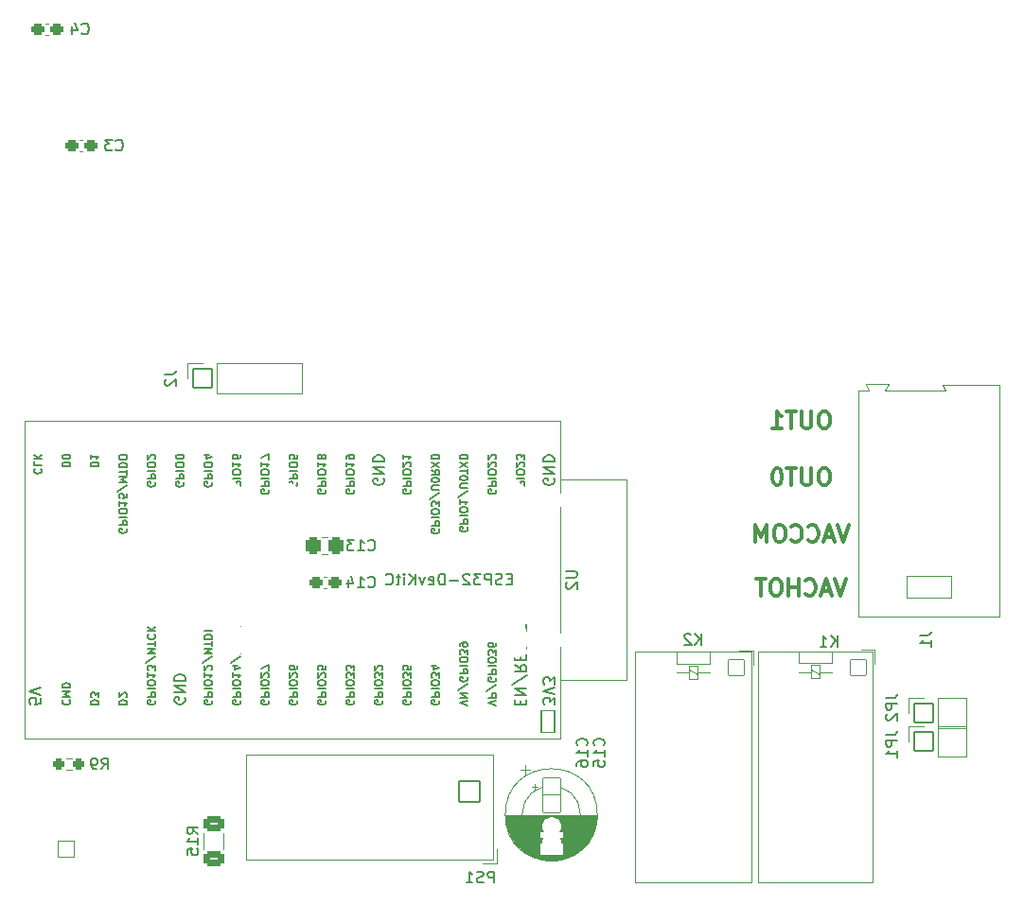
<source format=gbo>
G04 #@! TF.GenerationSoftware,KiCad,Pcbnew,(6.0.9)*
G04 #@! TF.CreationDate,2022-12-13T11:15:51-07:00*
G04 #@! TF.ProjectId,Thermostat1,54686572-6d6f-4737-9461-74312e6b6963,rev?*
G04 #@! TF.SameCoordinates,Original*
G04 #@! TF.FileFunction,Legend,Bot*
G04 #@! TF.FilePolarity,Positive*
%FSLAX46Y46*%
G04 Gerber Fmt 4.6, Leading zero omitted, Abs format (unit mm)*
G04 Created by KiCad (PCBNEW (6.0.9)) date 2022-12-13 11:15:51*
%MOMM*%
%LPD*%
G01*
G04 APERTURE LIST*
G04 Aperture macros list*
%AMRoundRect*
0 Rectangle with rounded corners*
0 $1 Rounding radius*
0 $2 $3 $4 $5 $6 $7 $8 $9 X,Y pos of 4 corners*
0 Add a 4 corners polygon primitive as box body*
4,1,4,$2,$3,$4,$5,$6,$7,$8,$9,$2,$3,0*
0 Add four circle primitives for the rounded corners*
1,1,$1+$1,$2,$3*
1,1,$1+$1,$4,$5*
1,1,$1+$1,$6,$7*
1,1,$1+$1,$8,$9*
0 Add four rect primitives between the rounded corners*
20,1,$1+$1,$2,$3,$4,$5,0*
20,1,$1+$1,$4,$5,$6,$7,0*
20,1,$1+$1,$6,$7,$8,$9,0*
20,1,$1+$1,$8,$9,$2,$3,0*%
G04 Aperture macros list end*
%ADD10C,0.300000*%
%ADD11C,0.150000*%
%ADD12C,0.120000*%
%ADD13RoundRect,0.051000X-0.800000X0.800000X-0.800000X-0.800000X0.800000X-0.800000X0.800000X0.800000X0*%
%ADD14C,1.702000*%
%ADD15RoundRect,0.301000X-0.625000X0.400000X-0.625000X-0.400000X0.625000X-0.400000X0.625000X0.400000X0*%
%ADD16O,1.952000X3.150000*%
%ADD17C,2.102000*%
%ADD18RoundRect,0.051000X0.750000X-0.750000X0.750000X0.750000X-0.750000X0.750000X-0.750000X-0.750000X0*%
%ADD19C,1.602000*%
%ADD20C,5.702000*%
%ADD21RoundRect,0.051000X0.700000X0.700000X-0.700000X0.700000X-0.700000X-0.700000X0.700000X-0.700000X0*%
%ADD22C,1.502000*%
%ADD23RoundRect,0.051000X-0.850000X0.850000X-0.850000X-0.850000X0.850000X-0.850000X0.850000X0.850000X0*%
%ADD24O,1.802000X1.802000*%
%ADD25RoundRect,0.288500X0.250000X0.237500X-0.250000X0.237500X-0.250000X-0.237500X0.250000X-0.237500X0*%
%ADD26RoundRect,0.288500X0.300000X0.237500X-0.300000X0.237500X-0.300000X-0.237500X0.300000X-0.237500X0*%
%ADD27RoundRect,0.051000X0.600000X1.000000X-0.600000X1.000000X-0.600000X-1.000000X0.600000X-1.000000X0*%
%ADD28O,1.302000X2.102000*%
%ADD29RoundRect,0.288500X-0.300000X-0.237500X0.300000X-0.237500X0.300000X0.237500X-0.300000X0.237500X0*%
%ADD30RoundRect,0.051000X1.980000X-0.990000X1.980000X0.990000X-1.980000X0.990000X-1.980000X-0.990000X0*%
%ADD31O,4.062000X2.082000*%
%ADD32C,1.952000*%
%ADD33RoundRect,0.051000X0.925000X-0.925000X0.925000X0.925000X-0.925000X0.925000X-0.925000X-0.925000X0*%
%ADD34RoundRect,0.301000X0.337500X0.475000X-0.337500X0.475000X-0.337500X-0.475000X0.337500X-0.475000X0*%
G04 APERTURE END LIST*
D10*
X99285714Y-80204571D02*
X98785714Y-81704571D01*
X98285714Y-80204571D01*
X97857142Y-81276000D02*
X97142857Y-81276000D01*
X98000000Y-81704571D02*
X97500000Y-80204571D01*
X97000000Y-81704571D01*
X95642857Y-81561714D02*
X95714285Y-81633142D01*
X95928571Y-81704571D01*
X96071428Y-81704571D01*
X96285714Y-81633142D01*
X96428571Y-81490285D01*
X96500000Y-81347428D01*
X96571428Y-81061714D01*
X96571428Y-80847428D01*
X96500000Y-80561714D01*
X96428571Y-80418857D01*
X96285714Y-80276000D01*
X96071428Y-80204571D01*
X95928571Y-80204571D01*
X95714285Y-80276000D01*
X95642857Y-80347428D01*
X95000000Y-81704571D02*
X95000000Y-80204571D01*
X95000000Y-80918857D02*
X94142857Y-80918857D01*
X94142857Y-81704571D02*
X94142857Y-80204571D01*
X93142857Y-80204571D02*
X92857142Y-80204571D01*
X92714285Y-80276000D01*
X92571428Y-80418857D01*
X92500000Y-80704571D01*
X92500000Y-81204571D01*
X92571428Y-81490285D01*
X92714285Y-81633142D01*
X92857142Y-81704571D01*
X93142857Y-81704571D01*
X93285714Y-81633142D01*
X93428571Y-81490285D01*
X93500000Y-81204571D01*
X93500000Y-80704571D01*
X93428571Y-80418857D01*
X93285714Y-80276000D01*
X93142857Y-80204571D01*
X92071428Y-80204571D02*
X91214285Y-80204571D01*
X91642857Y-81704571D02*
X91642857Y-80204571D01*
X97464285Y-65218571D02*
X97178571Y-65218571D01*
X97035714Y-65290000D01*
X96892857Y-65432857D01*
X96821428Y-65718571D01*
X96821428Y-66218571D01*
X96892857Y-66504285D01*
X97035714Y-66647142D01*
X97178571Y-66718571D01*
X97464285Y-66718571D01*
X97607142Y-66647142D01*
X97750000Y-66504285D01*
X97821428Y-66218571D01*
X97821428Y-65718571D01*
X97750000Y-65432857D01*
X97607142Y-65290000D01*
X97464285Y-65218571D01*
X96178571Y-65218571D02*
X96178571Y-66432857D01*
X96107142Y-66575714D01*
X96035714Y-66647142D01*
X95892857Y-66718571D01*
X95607142Y-66718571D01*
X95464285Y-66647142D01*
X95392857Y-66575714D01*
X95321428Y-66432857D01*
X95321428Y-65218571D01*
X94821428Y-65218571D02*
X93964285Y-65218571D01*
X94392857Y-66718571D02*
X94392857Y-65218571D01*
X92678571Y-66718571D02*
X93535714Y-66718571D01*
X93107142Y-66718571D02*
X93107142Y-65218571D01*
X93250000Y-65432857D01*
X93392857Y-65575714D01*
X93535714Y-65647142D01*
X97464285Y-70298571D02*
X97178571Y-70298571D01*
X97035714Y-70370000D01*
X96892857Y-70512857D01*
X96821428Y-70798571D01*
X96821428Y-71298571D01*
X96892857Y-71584285D01*
X97035714Y-71727142D01*
X97178571Y-71798571D01*
X97464285Y-71798571D01*
X97607142Y-71727142D01*
X97750000Y-71584285D01*
X97821428Y-71298571D01*
X97821428Y-70798571D01*
X97750000Y-70512857D01*
X97607142Y-70370000D01*
X97464285Y-70298571D01*
X96178571Y-70298571D02*
X96178571Y-71512857D01*
X96107142Y-71655714D01*
X96035714Y-71727142D01*
X95892857Y-71798571D01*
X95607142Y-71798571D01*
X95464285Y-71727142D01*
X95392857Y-71655714D01*
X95321428Y-71512857D01*
X95321428Y-70298571D01*
X94821428Y-70298571D02*
X93964285Y-70298571D01*
X94392857Y-71798571D02*
X94392857Y-70298571D01*
X93178571Y-70298571D02*
X93035714Y-70298571D01*
X92892857Y-70370000D01*
X92821428Y-70441428D01*
X92750000Y-70584285D01*
X92678571Y-70870000D01*
X92678571Y-71227142D01*
X92750000Y-71512857D01*
X92821428Y-71655714D01*
X92892857Y-71727142D01*
X93035714Y-71798571D01*
X93178571Y-71798571D01*
X93321428Y-71727142D01*
X93392857Y-71655714D01*
X93464285Y-71512857D01*
X93535714Y-71227142D01*
X93535714Y-70870000D01*
X93464285Y-70584285D01*
X93392857Y-70441428D01*
X93321428Y-70370000D01*
X93178571Y-70298571D01*
X99535714Y-75378571D02*
X99035714Y-76878571D01*
X98535714Y-75378571D01*
X98107142Y-76450000D02*
X97392857Y-76450000D01*
X98250000Y-76878571D02*
X97750000Y-75378571D01*
X97250000Y-76878571D01*
X95892857Y-76735714D02*
X95964285Y-76807142D01*
X96178571Y-76878571D01*
X96321428Y-76878571D01*
X96535714Y-76807142D01*
X96678571Y-76664285D01*
X96750000Y-76521428D01*
X96821428Y-76235714D01*
X96821428Y-76021428D01*
X96750000Y-75735714D01*
X96678571Y-75592857D01*
X96535714Y-75450000D01*
X96321428Y-75378571D01*
X96178571Y-75378571D01*
X95964285Y-75450000D01*
X95892857Y-75521428D01*
X94392857Y-76735714D02*
X94464285Y-76807142D01*
X94678571Y-76878571D01*
X94821428Y-76878571D01*
X95035714Y-76807142D01*
X95178571Y-76664285D01*
X95250000Y-76521428D01*
X95321428Y-76235714D01*
X95321428Y-76021428D01*
X95250000Y-75735714D01*
X95178571Y-75592857D01*
X95035714Y-75450000D01*
X94821428Y-75378571D01*
X94678571Y-75378571D01*
X94464285Y-75450000D01*
X94392857Y-75521428D01*
X93464285Y-75378571D02*
X93178571Y-75378571D01*
X93035714Y-75450000D01*
X92892857Y-75592857D01*
X92821428Y-75878571D01*
X92821428Y-76378571D01*
X92892857Y-76664285D01*
X93035714Y-76807142D01*
X93178571Y-76878571D01*
X93464285Y-76878571D01*
X93607142Y-76807142D01*
X93750000Y-76664285D01*
X93821428Y-76378571D01*
X93821428Y-75878571D01*
X93750000Y-75592857D01*
X93607142Y-75450000D01*
X93464285Y-75378571D01*
X92178571Y-76878571D02*
X92178571Y-75378571D01*
X91678571Y-76450000D01*
X91178571Y-75378571D01*
X91178571Y-76878571D01*
D11*
X76049142Y-95115142D02*
X76096761Y-95067523D01*
X76144380Y-94924666D01*
X76144380Y-94829428D01*
X76096761Y-94686571D01*
X76001523Y-94591333D01*
X75906285Y-94543714D01*
X75715809Y-94496095D01*
X75572952Y-94496095D01*
X75382476Y-94543714D01*
X75287238Y-94591333D01*
X75192000Y-94686571D01*
X75144380Y-94829428D01*
X75144380Y-94924666D01*
X75192000Y-95067523D01*
X75239619Y-95115142D01*
X76144380Y-96067523D02*
X76144380Y-95496095D01*
X76144380Y-95781809D02*
X75144380Y-95781809D01*
X75287238Y-95686571D01*
X75382476Y-95591333D01*
X75430095Y-95496095D01*
X75144380Y-96924666D02*
X75144380Y-96734190D01*
X75192000Y-96638952D01*
X75239619Y-96591333D01*
X75382476Y-96496095D01*
X75572952Y-96448476D01*
X75953904Y-96448476D01*
X76049142Y-96496095D01*
X76096761Y-96543714D01*
X76144380Y-96638952D01*
X76144380Y-96829428D01*
X76096761Y-96924666D01*
X76049142Y-96972285D01*
X75953904Y-97019904D01*
X75715809Y-97019904D01*
X75620571Y-96972285D01*
X75572952Y-96924666D01*
X75525333Y-96829428D01*
X75525333Y-96638952D01*
X75572952Y-96543714D01*
X75620571Y-96496095D01*
X75715809Y-96448476D01*
X41304380Y-103015142D02*
X40828190Y-102681809D01*
X41304380Y-102443714D02*
X40304380Y-102443714D01*
X40304380Y-102824666D01*
X40352000Y-102919904D01*
X40399619Y-102967523D01*
X40494857Y-103015142D01*
X40637714Y-103015142D01*
X40732952Y-102967523D01*
X40780571Y-102919904D01*
X40828190Y-102824666D01*
X40828190Y-102443714D01*
X41304380Y-103967523D02*
X41304380Y-103396095D01*
X41304380Y-103681809D02*
X40304380Y-103681809D01*
X40447238Y-103586571D01*
X40542476Y-103491333D01*
X40590095Y-103396095D01*
X40304380Y-104872285D02*
X40304380Y-104396095D01*
X40780571Y-104348476D01*
X40732952Y-104396095D01*
X40685333Y-104491333D01*
X40685333Y-104729428D01*
X40732952Y-104824666D01*
X40780571Y-104872285D01*
X40875809Y-104919904D01*
X41113904Y-104919904D01*
X41209142Y-104872285D01*
X41256761Y-104824666D01*
X41304380Y-104729428D01*
X41304380Y-104491333D01*
X41256761Y-104396095D01*
X41209142Y-104348476D01*
X77573142Y-95115142D02*
X77620761Y-95067523D01*
X77668380Y-94924666D01*
X77668380Y-94829428D01*
X77620761Y-94686571D01*
X77525523Y-94591333D01*
X77430285Y-94543714D01*
X77239809Y-94496095D01*
X77096952Y-94496095D01*
X76906476Y-94543714D01*
X76811238Y-94591333D01*
X76716000Y-94686571D01*
X76668380Y-94829428D01*
X76668380Y-94924666D01*
X76716000Y-95067523D01*
X76763619Y-95115142D01*
X77668380Y-96067523D02*
X77668380Y-95496095D01*
X77668380Y-95781809D02*
X76668380Y-95781809D01*
X76811238Y-95686571D01*
X76906476Y-95591333D01*
X76954095Y-95496095D01*
X76668380Y-96972285D02*
X76668380Y-96496095D01*
X77144571Y-96448476D01*
X77096952Y-96496095D01*
X77049333Y-96591333D01*
X77049333Y-96829428D01*
X77096952Y-96924666D01*
X77144571Y-96972285D01*
X77239809Y-97019904D01*
X77477904Y-97019904D01*
X77573142Y-96972285D01*
X77620761Y-96924666D01*
X77668380Y-96829428D01*
X77668380Y-96591333D01*
X77620761Y-96496095D01*
X77573142Y-96448476D01*
X98468095Y-86290380D02*
X98468095Y-85290380D01*
X97896666Y-86290380D02*
X98325238Y-85718952D01*
X97896666Y-85290380D02*
X98468095Y-85861809D01*
X96944285Y-86290380D02*
X97515714Y-86290380D01*
X97230000Y-86290380D02*
X97230000Y-85290380D01*
X97325238Y-85433238D01*
X97420476Y-85528476D01*
X97515714Y-85576095D01*
X38314380Y-61896666D02*
X39028666Y-61896666D01*
X39171523Y-61849047D01*
X39266761Y-61753809D01*
X39314380Y-61610952D01*
X39314380Y-61515714D01*
X38409619Y-62325238D02*
X38362000Y-62372857D01*
X38314380Y-62468095D01*
X38314380Y-62706190D01*
X38362000Y-62801428D01*
X38409619Y-62849047D01*
X38504857Y-62896666D01*
X38600095Y-62896666D01*
X38742952Y-62849047D01*
X39314380Y-62277619D01*
X39314380Y-62896666D01*
X32678666Y-97226380D02*
X33012000Y-96750190D01*
X33250095Y-97226380D02*
X33250095Y-96226380D01*
X32869142Y-96226380D01*
X32773904Y-96274000D01*
X32726285Y-96321619D01*
X32678666Y-96416857D01*
X32678666Y-96559714D01*
X32726285Y-96654952D01*
X32773904Y-96702571D01*
X32869142Y-96750190D01*
X33250095Y-96750190D01*
X32202476Y-97226380D02*
X32012000Y-97226380D01*
X31916761Y-97178761D01*
X31869142Y-97131142D01*
X31773904Y-96988285D01*
X31726285Y-96797809D01*
X31726285Y-96416857D01*
X31773904Y-96321619D01*
X31821523Y-96274000D01*
X31916761Y-96226380D01*
X32107238Y-96226380D01*
X32202476Y-96274000D01*
X32250095Y-96321619D01*
X32297714Y-96416857D01*
X32297714Y-96654952D01*
X32250095Y-96750190D01*
X32202476Y-96797809D01*
X32107238Y-96845428D01*
X31916761Y-96845428D01*
X31821523Y-96797809D01*
X31773904Y-96750190D01*
X31726285Y-96654952D01*
X56522857Y-80875142D02*
X56570476Y-80922761D01*
X56713333Y-80970380D01*
X56808571Y-80970380D01*
X56951428Y-80922761D01*
X57046666Y-80827523D01*
X57094285Y-80732285D01*
X57141904Y-80541809D01*
X57141904Y-80398952D01*
X57094285Y-80208476D01*
X57046666Y-80113238D01*
X56951428Y-80018000D01*
X56808571Y-79970380D01*
X56713333Y-79970380D01*
X56570476Y-80018000D01*
X56522857Y-80065619D01*
X55570476Y-80970380D02*
X56141904Y-80970380D01*
X55856190Y-80970380D02*
X55856190Y-79970380D01*
X55951428Y-80113238D01*
X56046666Y-80208476D01*
X56141904Y-80256095D01*
X54713333Y-80303714D02*
X54713333Y-80970380D01*
X54951428Y-79922761D02*
X55189523Y-80637047D01*
X54570476Y-80637047D01*
X102830380Y-90860666D02*
X103544666Y-90860666D01*
X103687523Y-90813047D01*
X103782761Y-90717809D01*
X103830380Y-90574952D01*
X103830380Y-90479714D01*
X103830380Y-91336857D02*
X102830380Y-91336857D01*
X102830380Y-91717809D01*
X102878000Y-91813047D01*
X102925619Y-91860666D01*
X103020857Y-91908285D01*
X103163714Y-91908285D01*
X103258952Y-91860666D01*
X103306571Y-91813047D01*
X103354190Y-91717809D01*
X103354190Y-91336857D01*
X102925619Y-92289238D02*
X102878000Y-92336857D01*
X102830380Y-92432095D01*
X102830380Y-92670190D01*
X102878000Y-92765428D01*
X102925619Y-92813047D01*
X103020857Y-92860666D01*
X103116095Y-92860666D01*
X103258952Y-92813047D01*
X103830380Y-92241619D01*
X103830380Y-92860666D01*
X74193660Y-79502095D02*
X75003184Y-79502095D01*
X75098422Y-79549714D01*
X75146041Y-79597333D01*
X75193660Y-79692571D01*
X75193660Y-79883047D01*
X75146041Y-79978285D01*
X75098422Y-80025904D01*
X75003184Y-80073523D01*
X74193660Y-80073523D01*
X74288899Y-80502095D02*
X74241280Y-80549714D01*
X74193660Y-80644952D01*
X74193660Y-80883047D01*
X74241280Y-80978285D01*
X74288899Y-81025904D01*
X74384137Y-81073523D01*
X74479375Y-81073523D01*
X74622232Y-81025904D01*
X75193660Y-80454476D01*
X75193660Y-81073523D01*
X69349238Y-80192571D02*
X69015904Y-80192571D01*
X68873047Y-80716380D02*
X69349238Y-80716380D01*
X69349238Y-79716380D01*
X68873047Y-79716380D01*
X68492095Y-80668761D02*
X68349238Y-80716380D01*
X68111142Y-80716380D01*
X68015904Y-80668761D01*
X67968285Y-80621142D01*
X67920666Y-80525904D01*
X67920666Y-80430666D01*
X67968285Y-80335428D01*
X68015904Y-80287809D01*
X68111142Y-80240190D01*
X68301619Y-80192571D01*
X68396857Y-80144952D01*
X68444476Y-80097333D01*
X68492095Y-80002095D01*
X68492095Y-79906857D01*
X68444476Y-79811619D01*
X68396857Y-79764000D01*
X68301619Y-79716380D01*
X68063523Y-79716380D01*
X67920666Y-79764000D01*
X67492095Y-80716380D02*
X67492095Y-79716380D01*
X67111142Y-79716380D01*
X67015904Y-79764000D01*
X66968285Y-79811619D01*
X66920666Y-79906857D01*
X66920666Y-80049714D01*
X66968285Y-80144952D01*
X67015904Y-80192571D01*
X67111142Y-80240190D01*
X67492095Y-80240190D01*
X66587333Y-79716380D02*
X65968285Y-79716380D01*
X66301619Y-80097333D01*
X66158761Y-80097333D01*
X66063523Y-80144952D01*
X66015904Y-80192571D01*
X65968285Y-80287809D01*
X65968285Y-80525904D01*
X66015904Y-80621142D01*
X66063523Y-80668761D01*
X66158761Y-80716380D01*
X66444476Y-80716380D01*
X66539714Y-80668761D01*
X66587333Y-80621142D01*
X65587333Y-79811619D02*
X65539714Y-79764000D01*
X65444476Y-79716380D01*
X65206380Y-79716380D01*
X65111142Y-79764000D01*
X65063523Y-79811619D01*
X65015904Y-79906857D01*
X65015904Y-80002095D01*
X65063523Y-80144952D01*
X65634952Y-80716380D01*
X65015904Y-80716380D01*
X64587333Y-80335428D02*
X63825428Y-80335428D01*
X63349238Y-80716380D02*
X63349238Y-79716380D01*
X63111142Y-79716380D01*
X62968285Y-79764000D01*
X62873047Y-79859238D01*
X62825428Y-79954476D01*
X62777809Y-80144952D01*
X62777809Y-80287809D01*
X62825428Y-80478285D01*
X62873047Y-80573523D01*
X62968285Y-80668761D01*
X63111142Y-80716380D01*
X63349238Y-80716380D01*
X61968285Y-80668761D02*
X62063523Y-80716380D01*
X62254000Y-80716380D01*
X62349238Y-80668761D01*
X62396857Y-80573523D01*
X62396857Y-80192571D01*
X62349238Y-80097333D01*
X62254000Y-80049714D01*
X62063523Y-80049714D01*
X61968285Y-80097333D01*
X61920666Y-80192571D01*
X61920666Y-80287809D01*
X62396857Y-80383047D01*
X61587333Y-80049714D02*
X61349238Y-80716380D01*
X61111142Y-80049714D01*
X60730190Y-80716380D02*
X60730190Y-79716380D01*
X60158761Y-80716380D02*
X60587333Y-80144952D01*
X60158761Y-79716380D02*
X60730190Y-80287809D01*
X59730190Y-80716380D02*
X59730190Y-80049714D01*
X59730190Y-79716380D02*
X59777809Y-79764000D01*
X59730190Y-79811619D01*
X59682571Y-79764000D01*
X59730190Y-79716380D01*
X59730190Y-79811619D01*
X59396857Y-80049714D02*
X59015904Y-80049714D01*
X59254000Y-79716380D02*
X59254000Y-80573523D01*
X59206380Y-80668761D01*
X59111142Y-80716380D01*
X59015904Y-80716380D01*
X58111142Y-80621142D02*
X58158761Y-80668761D01*
X58301619Y-80716380D01*
X58396857Y-80716380D01*
X58539714Y-80668761D01*
X58634952Y-80573523D01*
X58682571Y-80478285D01*
X58730190Y-80287809D01*
X58730190Y-80144952D01*
X58682571Y-79954476D01*
X58634952Y-79859238D01*
X58539714Y-79764000D01*
X58396857Y-79716380D01*
X58301619Y-79716380D01*
X58158761Y-79764000D01*
X58111142Y-79811619D01*
X29144613Y-70131500D02*
X29844613Y-70131500D01*
X29844613Y-69964833D01*
X29811280Y-69864833D01*
X29744613Y-69798166D01*
X29677946Y-69764833D01*
X29544613Y-69731500D01*
X29444613Y-69731500D01*
X29311280Y-69764833D01*
X29244613Y-69798166D01*
X29177946Y-69864833D01*
X29144613Y-69964833D01*
X29144613Y-70131500D01*
X29844613Y-69298166D02*
X29844613Y-69231500D01*
X29811280Y-69164833D01*
X29777946Y-69131500D01*
X29711280Y-69098166D01*
X29577946Y-69064833D01*
X29411280Y-69064833D01*
X29277946Y-69098166D01*
X29211280Y-69131500D01*
X29177946Y-69164833D01*
X29144613Y-69231500D01*
X29144613Y-69298166D01*
X29177946Y-69364833D01*
X29211280Y-69398166D01*
X29277946Y-69431500D01*
X29411280Y-69464833D01*
X29577946Y-69464833D01*
X29711280Y-69431500D01*
X29777946Y-69398166D01*
X29811280Y-69364833D01*
X29844613Y-69298166D01*
X39971280Y-71531500D02*
X40004613Y-71598166D01*
X40004613Y-71698166D01*
X39971280Y-71798166D01*
X39904613Y-71864833D01*
X39837946Y-71898166D01*
X39704613Y-71931500D01*
X39604613Y-71931500D01*
X39471280Y-71898166D01*
X39404613Y-71864833D01*
X39337946Y-71798166D01*
X39304613Y-71698166D01*
X39304613Y-71631500D01*
X39337946Y-71531500D01*
X39371280Y-71498166D01*
X39604613Y-71498166D01*
X39604613Y-71631500D01*
X39304613Y-71198166D02*
X40004613Y-71198166D01*
X40004613Y-70931500D01*
X39971280Y-70864833D01*
X39937946Y-70831500D01*
X39871280Y-70798166D01*
X39771280Y-70798166D01*
X39704613Y-70831500D01*
X39671280Y-70864833D01*
X39637946Y-70931500D01*
X39637946Y-71198166D01*
X39304613Y-70498166D02*
X40004613Y-70498166D01*
X40004613Y-70031500D02*
X40004613Y-69898166D01*
X39971280Y-69831500D01*
X39904613Y-69764833D01*
X39771280Y-69731500D01*
X39537946Y-69731500D01*
X39404613Y-69764833D01*
X39337946Y-69831500D01*
X39304613Y-69898166D01*
X39304613Y-70031500D01*
X39337946Y-70098166D01*
X39404613Y-70164833D01*
X39537946Y-70198166D01*
X39771280Y-70198166D01*
X39904613Y-70164833D01*
X39971280Y-70098166D01*
X40004613Y-70031500D01*
X40004613Y-69298166D02*
X40004613Y-69231500D01*
X39971280Y-69164833D01*
X39937946Y-69131500D01*
X39871280Y-69098166D01*
X39737946Y-69064833D01*
X39571280Y-69064833D01*
X39437946Y-69098166D01*
X39371280Y-69131500D01*
X39337946Y-69164833D01*
X39304613Y-69231500D01*
X39304613Y-69298166D01*
X39337946Y-69364833D01*
X39371280Y-69398166D01*
X39437946Y-69431500D01*
X39571280Y-69464833D01*
X39737946Y-69464833D01*
X39871280Y-69431500D01*
X39937946Y-69398166D01*
X39971280Y-69364833D01*
X40004613Y-69298166D01*
X45051280Y-72198166D02*
X45084613Y-72264833D01*
X45084613Y-72364833D01*
X45051280Y-72464833D01*
X44984613Y-72531500D01*
X44917946Y-72564833D01*
X44784613Y-72598166D01*
X44684613Y-72598166D01*
X44551280Y-72564833D01*
X44484613Y-72531500D01*
X44417946Y-72464833D01*
X44384613Y-72364833D01*
X44384613Y-72298166D01*
X44417946Y-72198166D01*
X44451280Y-72164833D01*
X44684613Y-72164833D01*
X44684613Y-72298166D01*
X44384613Y-71864833D02*
X45084613Y-71864833D01*
X45084613Y-71598166D01*
X45051280Y-71531500D01*
X45017946Y-71498166D01*
X44951280Y-71464833D01*
X44851280Y-71464833D01*
X44784613Y-71498166D01*
X44751280Y-71531500D01*
X44717946Y-71598166D01*
X44717946Y-71864833D01*
X44384613Y-71164833D02*
X45084613Y-71164833D01*
X45084613Y-70698166D02*
X45084613Y-70564833D01*
X45051280Y-70498166D01*
X44984613Y-70431500D01*
X44851280Y-70398166D01*
X44617946Y-70398166D01*
X44484613Y-70431500D01*
X44417946Y-70498166D01*
X44384613Y-70564833D01*
X44384613Y-70698166D01*
X44417946Y-70764833D01*
X44484613Y-70831500D01*
X44617946Y-70864833D01*
X44851280Y-70864833D01*
X44984613Y-70831500D01*
X45051280Y-70764833D01*
X45084613Y-70698166D01*
X44384613Y-69731500D02*
X44384613Y-70131500D01*
X44384613Y-69931500D02*
X45084613Y-69931500D01*
X44984613Y-69998166D01*
X44917946Y-70064833D01*
X44884613Y-70131500D01*
X45084613Y-69131500D02*
X45084613Y-69264833D01*
X45051280Y-69331500D01*
X45017946Y-69364833D01*
X44917946Y-69431500D01*
X44784613Y-69464833D01*
X44517946Y-69464833D01*
X44451280Y-69431500D01*
X44417946Y-69398166D01*
X44384613Y-69331500D01*
X44384613Y-69198166D01*
X44417946Y-69131500D01*
X44451280Y-69098166D01*
X44517946Y-69064833D01*
X44684613Y-69064833D01*
X44751280Y-69098166D01*
X44784613Y-69131500D01*
X44817946Y-69198166D01*
X44817946Y-69331500D01*
X44784613Y-69398166D01*
X44751280Y-69431500D01*
X44684613Y-69464833D01*
X37431280Y-91063166D02*
X37464613Y-91129833D01*
X37464613Y-91229833D01*
X37431280Y-91329833D01*
X37364613Y-91396500D01*
X37297946Y-91429833D01*
X37164613Y-91463166D01*
X37064613Y-91463166D01*
X36931280Y-91429833D01*
X36864613Y-91396500D01*
X36797946Y-91329833D01*
X36764613Y-91229833D01*
X36764613Y-91163166D01*
X36797946Y-91063166D01*
X36831280Y-91029833D01*
X37064613Y-91029833D01*
X37064613Y-91163166D01*
X36764613Y-90729833D02*
X37464613Y-90729833D01*
X37464613Y-90463166D01*
X37431280Y-90396500D01*
X37397946Y-90363166D01*
X37331280Y-90329833D01*
X37231280Y-90329833D01*
X37164613Y-90363166D01*
X37131280Y-90396500D01*
X37097946Y-90463166D01*
X37097946Y-90729833D01*
X36764613Y-90029833D02*
X37464613Y-90029833D01*
X37464613Y-89563166D02*
X37464613Y-89429833D01*
X37431280Y-89363166D01*
X37364613Y-89296500D01*
X37231280Y-89263166D01*
X36997946Y-89263166D01*
X36864613Y-89296500D01*
X36797946Y-89363166D01*
X36764613Y-89429833D01*
X36764613Y-89563166D01*
X36797946Y-89629833D01*
X36864613Y-89696500D01*
X36997946Y-89729833D01*
X37231280Y-89729833D01*
X37364613Y-89696500D01*
X37431280Y-89629833D01*
X37464613Y-89563166D01*
X36764613Y-88596500D02*
X36764613Y-88996500D01*
X36764613Y-88796500D02*
X37464613Y-88796500D01*
X37364613Y-88863166D01*
X37297946Y-88929833D01*
X37264613Y-88996500D01*
X37464613Y-88363166D02*
X37464613Y-87929833D01*
X37197946Y-88163166D01*
X37197946Y-88063166D01*
X37164613Y-87996500D01*
X37131280Y-87963166D01*
X37064613Y-87929833D01*
X36897946Y-87929833D01*
X36831280Y-87963166D01*
X36797946Y-87996500D01*
X36764613Y-88063166D01*
X36764613Y-88263166D01*
X36797946Y-88329833D01*
X36831280Y-88363166D01*
X37497946Y-87129833D02*
X36597946Y-87729833D01*
X36764613Y-86896500D02*
X37464613Y-86896500D01*
X36964613Y-86663166D01*
X37464613Y-86429833D01*
X36764613Y-86429833D01*
X37464613Y-86196500D02*
X37464613Y-85796500D01*
X36764613Y-85996500D02*
X37464613Y-85996500D01*
X36831280Y-85163166D02*
X36797946Y-85196500D01*
X36764613Y-85296500D01*
X36764613Y-85363166D01*
X36797946Y-85463166D01*
X36864613Y-85529833D01*
X36931280Y-85563166D01*
X37064613Y-85596500D01*
X37164613Y-85596500D01*
X37297946Y-85563166D01*
X37364613Y-85529833D01*
X37431280Y-85463166D01*
X37464613Y-85363166D01*
X37464613Y-85296500D01*
X37431280Y-85196500D01*
X37397946Y-85163166D01*
X36764613Y-84863166D02*
X37464613Y-84863166D01*
X36764613Y-84463166D02*
X37164613Y-84763166D01*
X37464613Y-84463166D02*
X37064613Y-84863166D01*
X52671280Y-91063166D02*
X52704613Y-91129833D01*
X52704613Y-91229833D01*
X52671280Y-91329833D01*
X52604613Y-91396500D01*
X52537946Y-91429833D01*
X52404613Y-91463166D01*
X52304613Y-91463166D01*
X52171280Y-91429833D01*
X52104613Y-91396500D01*
X52037946Y-91329833D01*
X52004613Y-91229833D01*
X52004613Y-91163166D01*
X52037946Y-91063166D01*
X52071280Y-91029833D01*
X52304613Y-91029833D01*
X52304613Y-91163166D01*
X52004613Y-90729833D02*
X52704613Y-90729833D01*
X52704613Y-90463166D01*
X52671280Y-90396500D01*
X52637946Y-90363166D01*
X52571280Y-90329833D01*
X52471280Y-90329833D01*
X52404613Y-90363166D01*
X52371280Y-90396500D01*
X52337946Y-90463166D01*
X52337946Y-90729833D01*
X52004613Y-90029833D02*
X52704613Y-90029833D01*
X52704613Y-89563166D02*
X52704613Y-89429833D01*
X52671280Y-89363166D01*
X52604613Y-89296500D01*
X52471280Y-89263166D01*
X52237946Y-89263166D01*
X52104613Y-89296500D01*
X52037946Y-89363166D01*
X52004613Y-89429833D01*
X52004613Y-89563166D01*
X52037946Y-89629833D01*
X52104613Y-89696500D01*
X52237946Y-89729833D01*
X52471280Y-89729833D01*
X52604613Y-89696500D01*
X52671280Y-89629833D01*
X52704613Y-89563166D01*
X52637946Y-88996500D02*
X52671280Y-88963166D01*
X52704613Y-88896500D01*
X52704613Y-88729833D01*
X52671280Y-88663166D01*
X52637946Y-88629833D01*
X52571280Y-88596500D01*
X52504613Y-88596500D01*
X52404613Y-88629833D01*
X52004613Y-89029833D01*
X52004613Y-88596500D01*
X52704613Y-87963166D02*
X52704613Y-88296500D01*
X52371280Y-88329833D01*
X52404613Y-88296500D01*
X52437946Y-88229833D01*
X52437946Y-88063166D01*
X52404613Y-87996500D01*
X52371280Y-87963166D01*
X52304613Y-87929833D01*
X52137946Y-87929833D01*
X52071280Y-87963166D01*
X52037946Y-87996500D01*
X52004613Y-88063166D01*
X52004613Y-88229833D01*
X52037946Y-88296500D01*
X52071280Y-88329833D01*
X27217619Y-90885894D02*
X27217619Y-91362084D01*
X26741428Y-91409703D01*
X26789047Y-91362084D01*
X26836666Y-91266846D01*
X26836666Y-91028751D01*
X26789047Y-90933513D01*
X26741428Y-90885894D01*
X26646190Y-90838275D01*
X26408095Y-90838275D01*
X26312857Y-90885894D01*
X26265238Y-90933513D01*
X26217619Y-91028751D01*
X26217619Y-91266846D01*
X26265238Y-91362084D01*
X26312857Y-91409703D01*
X27217619Y-90552560D02*
X26217619Y-90219227D01*
X27217619Y-89885894D01*
X31684613Y-70131500D02*
X32384613Y-70131500D01*
X32384613Y-69964833D01*
X32351280Y-69864833D01*
X32284613Y-69798166D01*
X32217946Y-69764833D01*
X32084613Y-69731500D01*
X31984613Y-69731500D01*
X31851280Y-69764833D01*
X31784613Y-69798166D01*
X31717946Y-69864833D01*
X31684613Y-69964833D01*
X31684613Y-70131500D01*
X31684613Y-69064833D02*
X31684613Y-69464833D01*
X31684613Y-69264833D02*
X32384613Y-69264833D01*
X32284613Y-69331500D01*
X32217946Y-69398166D01*
X32184613Y-69464833D01*
X65404613Y-91529833D02*
X64704613Y-91296500D01*
X65404613Y-91063166D01*
X64704613Y-90829833D02*
X65404613Y-90829833D01*
X64704613Y-90429833D01*
X65404613Y-90429833D01*
X65437946Y-89596500D02*
X64537946Y-90196500D01*
X65371280Y-88996500D02*
X65404613Y-89063166D01*
X65404613Y-89163166D01*
X65371280Y-89263166D01*
X65304613Y-89329833D01*
X65237946Y-89363166D01*
X65104613Y-89396500D01*
X65004613Y-89396500D01*
X64871280Y-89363166D01*
X64804613Y-89329833D01*
X64737946Y-89263166D01*
X64704613Y-89163166D01*
X64704613Y-89096500D01*
X64737946Y-88996500D01*
X64771280Y-88963166D01*
X65004613Y-88963166D01*
X65004613Y-89096500D01*
X64704613Y-88663166D02*
X65404613Y-88663166D01*
X65404613Y-88396500D01*
X65371280Y-88329833D01*
X65337946Y-88296500D01*
X65271280Y-88263166D01*
X65171280Y-88263166D01*
X65104613Y-88296500D01*
X65071280Y-88329833D01*
X65037946Y-88396500D01*
X65037946Y-88663166D01*
X64704613Y-87963166D02*
X65404613Y-87963166D01*
X65404613Y-87496500D02*
X65404613Y-87363166D01*
X65371280Y-87296500D01*
X65304613Y-87229833D01*
X65171280Y-87196500D01*
X64937946Y-87196500D01*
X64804613Y-87229833D01*
X64737946Y-87296500D01*
X64704613Y-87363166D01*
X64704613Y-87496500D01*
X64737946Y-87563166D01*
X64804613Y-87629833D01*
X64937946Y-87663166D01*
X65171280Y-87663166D01*
X65304613Y-87629833D01*
X65371280Y-87563166D01*
X65404613Y-87496500D01*
X65404613Y-86963166D02*
X65404613Y-86529833D01*
X65137946Y-86763166D01*
X65137946Y-86663166D01*
X65104613Y-86596500D01*
X65071280Y-86563166D01*
X65004613Y-86529833D01*
X64837946Y-86529833D01*
X64771280Y-86563166D01*
X64737946Y-86596500D01*
X64704613Y-86663166D01*
X64704613Y-86863166D01*
X64737946Y-86929833D01*
X64771280Y-86963166D01*
X64704613Y-86196500D02*
X64704613Y-86063166D01*
X64737946Y-85996500D01*
X64771280Y-85963166D01*
X64871280Y-85896500D01*
X65004613Y-85863166D01*
X65271280Y-85863166D01*
X65337946Y-85896500D01*
X65371280Y-85929833D01*
X65404613Y-85996500D01*
X65404613Y-86129833D01*
X65371280Y-86196500D01*
X65337946Y-86229833D01*
X65271280Y-86263166D01*
X65104613Y-86263166D01*
X65037946Y-86229833D01*
X65004613Y-86196500D01*
X64971280Y-86129833D01*
X64971280Y-85996500D01*
X65004613Y-85929833D01*
X65037946Y-85896500D01*
X65104613Y-85863166D01*
X26671280Y-70331500D02*
X26637946Y-70364833D01*
X26604613Y-70464833D01*
X26604613Y-70531500D01*
X26637946Y-70631500D01*
X26704613Y-70698166D01*
X26771280Y-70731500D01*
X26904613Y-70764833D01*
X27004613Y-70764833D01*
X27137946Y-70731500D01*
X27204613Y-70698166D01*
X27271280Y-70631500D01*
X27304613Y-70531500D01*
X27304613Y-70464833D01*
X27271280Y-70364833D01*
X27237946Y-70331500D01*
X26604613Y-69698166D02*
X26604613Y-70031500D01*
X27304613Y-70031500D01*
X26604613Y-69464833D02*
X27304613Y-69464833D01*
X26604613Y-69064833D02*
X27004613Y-69364833D01*
X27304613Y-69064833D02*
X26904613Y-69464833D01*
X42511280Y-71531500D02*
X42544613Y-71598166D01*
X42544613Y-71698166D01*
X42511280Y-71798166D01*
X42444613Y-71864833D01*
X42377946Y-71898166D01*
X42244613Y-71931500D01*
X42144613Y-71931500D01*
X42011280Y-71898166D01*
X41944613Y-71864833D01*
X41877946Y-71798166D01*
X41844613Y-71698166D01*
X41844613Y-71631500D01*
X41877946Y-71531500D01*
X41911280Y-71498166D01*
X42144613Y-71498166D01*
X42144613Y-71631500D01*
X41844613Y-71198166D02*
X42544613Y-71198166D01*
X42544613Y-70931500D01*
X42511280Y-70864833D01*
X42477946Y-70831500D01*
X42411280Y-70798166D01*
X42311280Y-70798166D01*
X42244613Y-70831500D01*
X42211280Y-70864833D01*
X42177946Y-70931500D01*
X42177946Y-71198166D01*
X41844613Y-70498166D02*
X42544613Y-70498166D01*
X42544613Y-70031500D02*
X42544613Y-69898166D01*
X42511280Y-69831500D01*
X42444613Y-69764833D01*
X42311280Y-69731500D01*
X42077946Y-69731500D01*
X41944613Y-69764833D01*
X41877946Y-69831500D01*
X41844613Y-69898166D01*
X41844613Y-70031500D01*
X41877946Y-70098166D01*
X41944613Y-70164833D01*
X42077946Y-70198166D01*
X42311280Y-70198166D01*
X42444613Y-70164833D01*
X42511280Y-70098166D01*
X42544613Y-70031500D01*
X42311280Y-69131500D02*
X41844613Y-69131500D01*
X42577946Y-69298166D02*
X42077946Y-69464833D01*
X42077946Y-69031500D01*
X67911280Y-72198166D02*
X67944613Y-72264833D01*
X67944613Y-72364833D01*
X67911280Y-72464833D01*
X67844613Y-72531500D01*
X67777946Y-72564833D01*
X67644613Y-72598166D01*
X67544613Y-72598166D01*
X67411280Y-72564833D01*
X67344613Y-72531500D01*
X67277946Y-72464833D01*
X67244613Y-72364833D01*
X67244613Y-72298166D01*
X67277946Y-72198166D01*
X67311280Y-72164833D01*
X67544613Y-72164833D01*
X67544613Y-72298166D01*
X67244613Y-71864833D02*
X67944613Y-71864833D01*
X67944613Y-71598166D01*
X67911280Y-71531500D01*
X67877946Y-71498166D01*
X67811280Y-71464833D01*
X67711280Y-71464833D01*
X67644613Y-71498166D01*
X67611280Y-71531500D01*
X67577946Y-71598166D01*
X67577946Y-71864833D01*
X67244613Y-71164833D02*
X67944613Y-71164833D01*
X67944613Y-70698166D02*
X67944613Y-70564833D01*
X67911280Y-70498166D01*
X67844613Y-70431500D01*
X67711280Y-70398166D01*
X67477946Y-70398166D01*
X67344613Y-70431500D01*
X67277946Y-70498166D01*
X67244613Y-70564833D01*
X67244613Y-70698166D01*
X67277946Y-70764833D01*
X67344613Y-70831500D01*
X67477946Y-70864833D01*
X67711280Y-70864833D01*
X67844613Y-70831500D01*
X67911280Y-70764833D01*
X67944613Y-70698166D01*
X67877946Y-70131500D02*
X67911280Y-70098166D01*
X67944613Y-70031500D01*
X67944613Y-69864833D01*
X67911280Y-69798166D01*
X67877946Y-69764833D01*
X67811280Y-69731500D01*
X67744613Y-69731500D01*
X67644613Y-69764833D01*
X67244613Y-70164833D01*
X67244613Y-69731500D01*
X67877946Y-69464833D02*
X67911280Y-69431500D01*
X67944613Y-69364833D01*
X67944613Y-69198166D01*
X67911280Y-69131500D01*
X67877946Y-69098166D01*
X67811280Y-69064833D01*
X67744613Y-69064833D01*
X67644613Y-69098166D01*
X67244613Y-69498166D01*
X67244613Y-69064833D01*
X42511280Y-91063166D02*
X42544613Y-91129833D01*
X42544613Y-91229833D01*
X42511280Y-91329833D01*
X42444613Y-91396500D01*
X42377946Y-91429833D01*
X42244613Y-91463166D01*
X42144613Y-91463166D01*
X42011280Y-91429833D01*
X41944613Y-91396500D01*
X41877946Y-91329833D01*
X41844613Y-91229833D01*
X41844613Y-91163166D01*
X41877946Y-91063166D01*
X41911280Y-91029833D01*
X42144613Y-91029833D01*
X42144613Y-91163166D01*
X41844613Y-90729833D02*
X42544613Y-90729833D01*
X42544613Y-90463166D01*
X42511280Y-90396500D01*
X42477946Y-90363166D01*
X42411280Y-90329833D01*
X42311280Y-90329833D01*
X42244613Y-90363166D01*
X42211280Y-90396500D01*
X42177946Y-90463166D01*
X42177946Y-90729833D01*
X41844613Y-90029833D02*
X42544613Y-90029833D01*
X42544613Y-89563166D02*
X42544613Y-89429833D01*
X42511280Y-89363166D01*
X42444613Y-89296500D01*
X42311280Y-89263166D01*
X42077946Y-89263166D01*
X41944613Y-89296500D01*
X41877946Y-89363166D01*
X41844613Y-89429833D01*
X41844613Y-89563166D01*
X41877946Y-89629833D01*
X41944613Y-89696500D01*
X42077946Y-89729833D01*
X42311280Y-89729833D01*
X42444613Y-89696500D01*
X42511280Y-89629833D01*
X42544613Y-89563166D01*
X41844613Y-88596500D02*
X41844613Y-88996500D01*
X41844613Y-88796500D02*
X42544613Y-88796500D01*
X42444613Y-88863166D01*
X42377946Y-88929833D01*
X42344613Y-88996500D01*
X42477946Y-88329833D02*
X42511280Y-88296500D01*
X42544613Y-88229833D01*
X42544613Y-88063166D01*
X42511280Y-87996500D01*
X42477946Y-87963166D01*
X42411280Y-87929833D01*
X42344613Y-87929833D01*
X42244613Y-87963166D01*
X41844613Y-88363166D01*
X41844613Y-87929833D01*
X42577946Y-87129833D02*
X41677946Y-87729833D01*
X41844613Y-86896500D02*
X42544613Y-86896500D01*
X42044613Y-86663166D01*
X42544613Y-86429833D01*
X41844613Y-86429833D01*
X42544613Y-86196500D02*
X42544613Y-85796500D01*
X41844613Y-85996500D02*
X42544613Y-85996500D01*
X41844613Y-85563166D02*
X42544613Y-85563166D01*
X42544613Y-85396500D01*
X42511280Y-85296500D01*
X42444613Y-85229833D01*
X42377946Y-85196500D01*
X42244613Y-85163166D01*
X42144613Y-85163166D01*
X42011280Y-85196500D01*
X41944613Y-85229833D01*
X41877946Y-85296500D01*
X41844613Y-85396500D01*
X41844613Y-85563166D01*
X41844613Y-84863166D02*
X42544613Y-84863166D01*
X34891280Y-75698166D02*
X34924613Y-75764833D01*
X34924613Y-75864833D01*
X34891280Y-75964833D01*
X34824613Y-76031500D01*
X34757946Y-76064833D01*
X34624613Y-76098166D01*
X34524613Y-76098166D01*
X34391280Y-76064833D01*
X34324613Y-76031500D01*
X34257946Y-75964833D01*
X34224613Y-75864833D01*
X34224613Y-75798166D01*
X34257946Y-75698166D01*
X34291280Y-75664833D01*
X34524613Y-75664833D01*
X34524613Y-75798166D01*
X34224613Y-75364833D02*
X34924613Y-75364833D01*
X34924613Y-75098166D01*
X34891280Y-75031500D01*
X34857946Y-74998166D01*
X34791280Y-74964833D01*
X34691280Y-74964833D01*
X34624613Y-74998166D01*
X34591280Y-75031500D01*
X34557946Y-75098166D01*
X34557946Y-75364833D01*
X34224613Y-74664833D02*
X34924613Y-74664833D01*
X34924613Y-74198166D02*
X34924613Y-74064833D01*
X34891280Y-73998166D01*
X34824613Y-73931500D01*
X34691280Y-73898166D01*
X34457946Y-73898166D01*
X34324613Y-73931500D01*
X34257946Y-73998166D01*
X34224613Y-74064833D01*
X34224613Y-74198166D01*
X34257946Y-74264833D01*
X34324613Y-74331500D01*
X34457946Y-74364833D01*
X34691280Y-74364833D01*
X34824613Y-74331500D01*
X34891280Y-74264833D01*
X34924613Y-74198166D01*
X34224613Y-73231500D02*
X34224613Y-73631500D01*
X34224613Y-73431500D02*
X34924613Y-73431500D01*
X34824613Y-73498166D01*
X34757946Y-73564833D01*
X34724613Y-73631500D01*
X34924613Y-72598166D02*
X34924613Y-72931500D01*
X34591280Y-72964833D01*
X34624613Y-72931500D01*
X34657946Y-72864833D01*
X34657946Y-72698166D01*
X34624613Y-72631500D01*
X34591280Y-72598166D01*
X34524613Y-72564833D01*
X34357946Y-72564833D01*
X34291280Y-72598166D01*
X34257946Y-72631500D01*
X34224613Y-72698166D01*
X34224613Y-72864833D01*
X34257946Y-72931500D01*
X34291280Y-72964833D01*
X34957946Y-71764833D02*
X34057946Y-72364833D01*
X34224613Y-71531500D02*
X34924613Y-71531500D01*
X34424613Y-71298166D01*
X34924613Y-71064833D01*
X34224613Y-71064833D01*
X34924613Y-70831500D02*
X34924613Y-70431500D01*
X34224613Y-70631500D02*
X34924613Y-70631500D01*
X34224613Y-70198166D02*
X34924613Y-70198166D01*
X34924613Y-70031500D01*
X34891280Y-69931500D01*
X34824613Y-69864833D01*
X34757946Y-69831500D01*
X34624613Y-69798166D01*
X34524613Y-69798166D01*
X34391280Y-69831500D01*
X34324613Y-69864833D01*
X34257946Y-69931500D01*
X34224613Y-70031500D01*
X34224613Y-70198166D01*
X34924613Y-69364833D02*
X34924613Y-69231500D01*
X34891280Y-69164833D01*
X34824613Y-69098166D01*
X34691280Y-69064833D01*
X34457946Y-69064833D01*
X34324613Y-69098166D01*
X34257946Y-69164833D01*
X34224613Y-69231500D01*
X34224613Y-69364833D01*
X34257946Y-69431500D01*
X34324613Y-69498166D01*
X34457946Y-69531500D01*
X34691280Y-69531500D01*
X34824613Y-69498166D01*
X34891280Y-69431500D01*
X34924613Y-69364833D01*
X47591280Y-91063166D02*
X47624613Y-91129833D01*
X47624613Y-91229833D01*
X47591280Y-91329833D01*
X47524613Y-91396500D01*
X47457946Y-91429833D01*
X47324613Y-91463166D01*
X47224613Y-91463166D01*
X47091280Y-91429833D01*
X47024613Y-91396500D01*
X46957946Y-91329833D01*
X46924613Y-91229833D01*
X46924613Y-91163166D01*
X46957946Y-91063166D01*
X46991280Y-91029833D01*
X47224613Y-91029833D01*
X47224613Y-91163166D01*
X46924613Y-90729833D02*
X47624613Y-90729833D01*
X47624613Y-90463166D01*
X47591280Y-90396500D01*
X47557946Y-90363166D01*
X47491280Y-90329833D01*
X47391280Y-90329833D01*
X47324613Y-90363166D01*
X47291280Y-90396500D01*
X47257946Y-90463166D01*
X47257946Y-90729833D01*
X46924613Y-90029833D02*
X47624613Y-90029833D01*
X47624613Y-89563166D02*
X47624613Y-89429833D01*
X47591280Y-89363166D01*
X47524613Y-89296500D01*
X47391280Y-89263166D01*
X47157946Y-89263166D01*
X47024613Y-89296500D01*
X46957946Y-89363166D01*
X46924613Y-89429833D01*
X46924613Y-89563166D01*
X46957946Y-89629833D01*
X47024613Y-89696500D01*
X47157946Y-89729833D01*
X47391280Y-89729833D01*
X47524613Y-89696500D01*
X47591280Y-89629833D01*
X47624613Y-89563166D01*
X47557946Y-88996500D02*
X47591280Y-88963166D01*
X47624613Y-88896500D01*
X47624613Y-88729833D01*
X47591280Y-88663166D01*
X47557946Y-88629833D01*
X47491280Y-88596500D01*
X47424613Y-88596500D01*
X47324613Y-88629833D01*
X46924613Y-89029833D01*
X46924613Y-88596500D01*
X47624613Y-88363166D02*
X47624613Y-87896500D01*
X46924613Y-88196500D01*
X45051280Y-91063166D02*
X45084613Y-91129833D01*
X45084613Y-91229833D01*
X45051280Y-91329833D01*
X44984613Y-91396500D01*
X44917946Y-91429833D01*
X44784613Y-91463166D01*
X44684613Y-91463166D01*
X44551280Y-91429833D01*
X44484613Y-91396500D01*
X44417946Y-91329833D01*
X44384613Y-91229833D01*
X44384613Y-91163166D01*
X44417946Y-91063166D01*
X44451280Y-91029833D01*
X44684613Y-91029833D01*
X44684613Y-91163166D01*
X44384613Y-90729833D02*
X45084613Y-90729833D01*
X45084613Y-90463166D01*
X45051280Y-90396500D01*
X45017946Y-90363166D01*
X44951280Y-90329833D01*
X44851280Y-90329833D01*
X44784613Y-90363166D01*
X44751280Y-90396500D01*
X44717946Y-90463166D01*
X44717946Y-90729833D01*
X44384613Y-90029833D02*
X45084613Y-90029833D01*
X45084613Y-89563166D02*
X45084613Y-89429833D01*
X45051280Y-89363166D01*
X44984613Y-89296500D01*
X44851280Y-89263166D01*
X44617946Y-89263166D01*
X44484613Y-89296500D01*
X44417946Y-89363166D01*
X44384613Y-89429833D01*
X44384613Y-89563166D01*
X44417946Y-89629833D01*
X44484613Y-89696500D01*
X44617946Y-89729833D01*
X44851280Y-89729833D01*
X44984613Y-89696500D01*
X45051280Y-89629833D01*
X45084613Y-89563166D01*
X44384613Y-88596500D02*
X44384613Y-88996500D01*
X44384613Y-88796500D02*
X45084613Y-88796500D01*
X44984613Y-88863166D01*
X44917946Y-88929833D01*
X44884613Y-88996500D01*
X44851280Y-87996500D02*
X44384613Y-87996500D01*
X45117946Y-88163166D02*
X44617946Y-88329833D01*
X44617946Y-87896500D01*
X45117946Y-87129833D02*
X44217946Y-87729833D01*
X44384613Y-86896500D02*
X45084613Y-86896500D01*
X44584613Y-86663166D01*
X45084613Y-86429833D01*
X44384613Y-86429833D01*
X45084613Y-86196500D02*
X45084613Y-85796500D01*
X44384613Y-85996500D02*
X45084613Y-85996500D01*
X44384613Y-85563166D02*
X45084613Y-85563166D01*
X44584613Y-85329833D01*
X45084613Y-85096500D01*
X44384613Y-85096500D01*
X44417946Y-84796500D02*
X44384613Y-84696500D01*
X44384613Y-84529833D01*
X44417946Y-84463166D01*
X44451280Y-84429833D01*
X44517946Y-84396500D01*
X44584613Y-84396500D01*
X44651280Y-84429833D01*
X44684613Y-84463166D01*
X44717946Y-84529833D01*
X44751280Y-84663166D01*
X44784613Y-84729833D01*
X44817946Y-84763166D01*
X44884613Y-84796500D01*
X44951280Y-84796500D01*
X45017946Y-84763166D01*
X45051280Y-84729833D01*
X45084613Y-84663166D01*
X45084613Y-84496500D01*
X45051280Y-84396500D01*
X34224613Y-91429833D02*
X34924613Y-91429833D01*
X34924613Y-91263166D01*
X34891280Y-91163166D01*
X34824613Y-91096500D01*
X34757946Y-91063166D01*
X34624613Y-91029833D01*
X34524613Y-91029833D01*
X34391280Y-91063166D01*
X34324613Y-91096500D01*
X34257946Y-91163166D01*
X34224613Y-91263166D01*
X34224613Y-91429833D01*
X34857946Y-90763166D02*
X34891280Y-90729833D01*
X34924613Y-90663166D01*
X34924613Y-90496500D01*
X34891280Y-90429833D01*
X34857946Y-90396500D01*
X34791280Y-90363166D01*
X34724613Y-90363166D01*
X34624613Y-90396500D01*
X34224613Y-90796500D01*
X34224613Y-90363166D01*
X52671280Y-72198166D02*
X52704613Y-72264833D01*
X52704613Y-72364833D01*
X52671280Y-72464833D01*
X52604613Y-72531500D01*
X52537946Y-72564833D01*
X52404613Y-72598166D01*
X52304613Y-72598166D01*
X52171280Y-72564833D01*
X52104613Y-72531500D01*
X52037946Y-72464833D01*
X52004613Y-72364833D01*
X52004613Y-72298166D01*
X52037946Y-72198166D01*
X52071280Y-72164833D01*
X52304613Y-72164833D01*
X52304613Y-72298166D01*
X52004613Y-71864833D02*
X52704613Y-71864833D01*
X52704613Y-71598166D01*
X52671280Y-71531500D01*
X52637946Y-71498166D01*
X52571280Y-71464833D01*
X52471280Y-71464833D01*
X52404613Y-71498166D01*
X52371280Y-71531500D01*
X52337946Y-71598166D01*
X52337946Y-71864833D01*
X52004613Y-71164833D02*
X52704613Y-71164833D01*
X52704613Y-70698166D02*
X52704613Y-70564833D01*
X52671280Y-70498166D01*
X52604613Y-70431500D01*
X52471280Y-70398166D01*
X52237946Y-70398166D01*
X52104613Y-70431500D01*
X52037946Y-70498166D01*
X52004613Y-70564833D01*
X52004613Y-70698166D01*
X52037946Y-70764833D01*
X52104613Y-70831500D01*
X52237946Y-70864833D01*
X52471280Y-70864833D01*
X52604613Y-70831500D01*
X52671280Y-70764833D01*
X52704613Y-70698166D01*
X52004613Y-69731500D02*
X52004613Y-70131500D01*
X52004613Y-69931500D02*
X52704613Y-69931500D01*
X52604613Y-69998166D01*
X52537946Y-70064833D01*
X52504613Y-70131500D01*
X52404613Y-69331500D02*
X52437946Y-69398166D01*
X52471280Y-69431500D01*
X52537946Y-69464833D01*
X52571280Y-69464833D01*
X52637946Y-69431500D01*
X52671280Y-69398166D01*
X52704613Y-69331500D01*
X52704613Y-69198166D01*
X52671280Y-69131500D01*
X52637946Y-69098166D01*
X52571280Y-69064833D01*
X52537946Y-69064833D01*
X52471280Y-69098166D01*
X52437946Y-69131500D01*
X52404613Y-69198166D01*
X52404613Y-69331500D01*
X52371280Y-69398166D01*
X52337946Y-69431500D01*
X52271280Y-69464833D01*
X52137946Y-69464833D01*
X52071280Y-69431500D01*
X52037946Y-69398166D01*
X52004613Y-69331500D01*
X52004613Y-69198166D01*
X52037946Y-69131500D01*
X52071280Y-69098166D01*
X52137946Y-69064833D01*
X52271280Y-69064833D01*
X52337946Y-69098166D01*
X52371280Y-69131500D01*
X52404613Y-69198166D01*
X70451280Y-72198166D02*
X70484613Y-72264833D01*
X70484613Y-72364833D01*
X70451280Y-72464833D01*
X70384613Y-72531500D01*
X70317946Y-72564833D01*
X70184613Y-72598166D01*
X70084613Y-72598166D01*
X69951280Y-72564833D01*
X69884613Y-72531500D01*
X69817946Y-72464833D01*
X69784613Y-72364833D01*
X69784613Y-72298166D01*
X69817946Y-72198166D01*
X69851280Y-72164833D01*
X70084613Y-72164833D01*
X70084613Y-72298166D01*
X69784613Y-71864833D02*
X70484613Y-71864833D01*
X70484613Y-71598166D01*
X70451280Y-71531500D01*
X70417946Y-71498166D01*
X70351280Y-71464833D01*
X70251280Y-71464833D01*
X70184613Y-71498166D01*
X70151280Y-71531500D01*
X70117946Y-71598166D01*
X70117946Y-71864833D01*
X69784613Y-71164833D02*
X70484613Y-71164833D01*
X70484613Y-70698166D02*
X70484613Y-70564833D01*
X70451280Y-70498166D01*
X70384613Y-70431500D01*
X70251280Y-70398166D01*
X70017946Y-70398166D01*
X69884613Y-70431500D01*
X69817946Y-70498166D01*
X69784613Y-70564833D01*
X69784613Y-70698166D01*
X69817946Y-70764833D01*
X69884613Y-70831500D01*
X70017946Y-70864833D01*
X70251280Y-70864833D01*
X70384613Y-70831500D01*
X70451280Y-70764833D01*
X70484613Y-70698166D01*
X70417946Y-70131500D02*
X70451280Y-70098166D01*
X70484613Y-70031500D01*
X70484613Y-69864833D01*
X70451280Y-69798166D01*
X70417946Y-69764833D01*
X70351280Y-69731500D01*
X70284613Y-69731500D01*
X70184613Y-69764833D01*
X69784613Y-70164833D01*
X69784613Y-69731500D01*
X70484613Y-69498166D02*
X70484613Y-69064833D01*
X70217946Y-69298166D01*
X70217946Y-69198166D01*
X70184613Y-69131500D01*
X70151280Y-69098166D01*
X70084613Y-69064833D01*
X69917946Y-69064833D01*
X69851280Y-69098166D01*
X69817946Y-69131500D01*
X69784613Y-69198166D01*
X69784613Y-69398166D01*
X69817946Y-69464833D01*
X69851280Y-69498166D01*
X47591280Y-72198166D02*
X47624613Y-72264833D01*
X47624613Y-72364833D01*
X47591280Y-72464833D01*
X47524613Y-72531500D01*
X47457946Y-72564833D01*
X47324613Y-72598166D01*
X47224613Y-72598166D01*
X47091280Y-72564833D01*
X47024613Y-72531500D01*
X46957946Y-72464833D01*
X46924613Y-72364833D01*
X46924613Y-72298166D01*
X46957946Y-72198166D01*
X46991280Y-72164833D01*
X47224613Y-72164833D01*
X47224613Y-72298166D01*
X46924613Y-71864833D02*
X47624613Y-71864833D01*
X47624613Y-71598166D01*
X47591280Y-71531500D01*
X47557946Y-71498166D01*
X47491280Y-71464833D01*
X47391280Y-71464833D01*
X47324613Y-71498166D01*
X47291280Y-71531500D01*
X47257946Y-71598166D01*
X47257946Y-71864833D01*
X46924613Y-71164833D02*
X47624613Y-71164833D01*
X47624613Y-70698166D02*
X47624613Y-70564833D01*
X47591280Y-70498166D01*
X47524613Y-70431500D01*
X47391280Y-70398166D01*
X47157946Y-70398166D01*
X47024613Y-70431500D01*
X46957946Y-70498166D01*
X46924613Y-70564833D01*
X46924613Y-70698166D01*
X46957946Y-70764833D01*
X47024613Y-70831500D01*
X47157946Y-70864833D01*
X47391280Y-70864833D01*
X47524613Y-70831500D01*
X47591280Y-70764833D01*
X47624613Y-70698166D01*
X46924613Y-69731500D02*
X46924613Y-70131500D01*
X46924613Y-69931500D02*
X47624613Y-69931500D01*
X47524613Y-69998166D01*
X47457946Y-70064833D01*
X47424613Y-70131500D01*
X47624613Y-69498166D02*
X47624613Y-69031500D01*
X46924613Y-69331500D01*
X60291280Y-91063166D02*
X60324613Y-91129833D01*
X60324613Y-91229833D01*
X60291280Y-91329833D01*
X60224613Y-91396500D01*
X60157946Y-91429833D01*
X60024613Y-91463166D01*
X59924613Y-91463166D01*
X59791280Y-91429833D01*
X59724613Y-91396500D01*
X59657946Y-91329833D01*
X59624613Y-91229833D01*
X59624613Y-91163166D01*
X59657946Y-91063166D01*
X59691280Y-91029833D01*
X59924613Y-91029833D01*
X59924613Y-91163166D01*
X59624613Y-90729833D02*
X60324613Y-90729833D01*
X60324613Y-90463166D01*
X60291280Y-90396500D01*
X60257946Y-90363166D01*
X60191280Y-90329833D01*
X60091280Y-90329833D01*
X60024613Y-90363166D01*
X59991280Y-90396500D01*
X59957946Y-90463166D01*
X59957946Y-90729833D01*
X59624613Y-90029833D02*
X60324613Y-90029833D01*
X60324613Y-89563166D02*
X60324613Y-89429833D01*
X60291280Y-89363166D01*
X60224613Y-89296500D01*
X60091280Y-89263166D01*
X59857946Y-89263166D01*
X59724613Y-89296500D01*
X59657946Y-89363166D01*
X59624613Y-89429833D01*
X59624613Y-89563166D01*
X59657946Y-89629833D01*
X59724613Y-89696500D01*
X59857946Y-89729833D01*
X60091280Y-89729833D01*
X60224613Y-89696500D01*
X60291280Y-89629833D01*
X60324613Y-89563166D01*
X60324613Y-89029833D02*
X60324613Y-88596500D01*
X60057946Y-88829833D01*
X60057946Y-88729833D01*
X60024613Y-88663166D01*
X59991280Y-88629833D01*
X59924613Y-88596500D01*
X59757946Y-88596500D01*
X59691280Y-88629833D01*
X59657946Y-88663166D01*
X59624613Y-88729833D01*
X59624613Y-88929833D01*
X59657946Y-88996500D01*
X59691280Y-89029833D01*
X60324613Y-87963166D02*
X60324613Y-88296500D01*
X59991280Y-88329833D01*
X60024613Y-88296500D01*
X60057946Y-88229833D01*
X60057946Y-88063166D01*
X60024613Y-87996500D01*
X59991280Y-87963166D01*
X59924613Y-87929833D01*
X59757946Y-87929833D01*
X59691280Y-87963166D01*
X59657946Y-87996500D01*
X59624613Y-88063166D01*
X59624613Y-88229833D01*
X59657946Y-88296500D01*
X59691280Y-88329833D01*
X55211280Y-91063166D02*
X55244613Y-91129833D01*
X55244613Y-91229833D01*
X55211280Y-91329833D01*
X55144613Y-91396500D01*
X55077946Y-91429833D01*
X54944613Y-91463166D01*
X54844613Y-91463166D01*
X54711280Y-91429833D01*
X54644613Y-91396500D01*
X54577946Y-91329833D01*
X54544613Y-91229833D01*
X54544613Y-91163166D01*
X54577946Y-91063166D01*
X54611280Y-91029833D01*
X54844613Y-91029833D01*
X54844613Y-91163166D01*
X54544613Y-90729833D02*
X55244613Y-90729833D01*
X55244613Y-90463166D01*
X55211280Y-90396500D01*
X55177946Y-90363166D01*
X55111280Y-90329833D01*
X55011280Y-90329833D01*
X54944613Y-90363166D01*
X54911280Y-90396500D01*
X54877946Y-90463166D01*
X54877946Y-90729833D01*
X54544613Y-90029833D02*
X55244613Y-90029833D01*
X55244613Y-89563166D02*
X55244613Y-89429833D01*
X55211280Y-89363166D01*
X55144613Y-89296500D01*
X55011280Y-89263166D01*
X54777946Y-89263166D01*
X54644613Y-89296500D01*
X54577946Y-89363166D01*
X54544613Y-89429833D01*
X54544613Y-89563166D01*
X54577946Y-89629833D01*
X54644613Y-89696500D01*
X54777946Y-89729833D01*
X55011280Y-89729833D01*
X55144613Y-89696500D01*
X55211280Y-89629833D01*
X55244613Y-89563166D01*
X55244613Y-89029833D02*
X55244613Y-88596500D01*
X54977946Y-88829833D01*
X54977946Y-88729833D01*
X54944613Y-88663166D01*
X54911280Y-88629833D01*
X54844613Y-88596500D01*
X54677946Y-88596500D01*
X54611280Y-88629833D01*
X54577946Y-88663166D01*
X54544613Y-88729833D01*
X54544613Y-88929833D01*
X54577946Y-88996500D01*
X54611280Y-89029833D01*
X55244613Y-88363166D02*
X55244613Y-87929833D01*
X54977946Y-88163166D01*
X54977946Y-88063166D01*
X54944613Y-87996500D01*
X54911280Y-87963166D01*
X54844613Y-87929833D01*
X54677946Y-87929833D01*
X54611280Y-87963166D01*
X54577946Y-87996500D01*
X54544613Y-88063166D01*
X54544613Y-88263166D01*
X54577946Y-88329833D01*
X54611280Y-88363166D01*
X50131280Y-91063166D02*
X50164613Y-91129833D01*
X50164613Y-91229833D01*
X50131280Y-91329833D01*
X50064613Y-91396500D01*
X49997946Y-91429833D01*
X49864613Y-91463166D01*
X49764613Y-91463166D01*
X49631280Y-91429833D01*
X49564613Y-91396500D01*
X49497946Y-91329833D01*
X49464613Y-91229833D01*
X49464613Y-91163166D01*
X49497946Y-91063166D01*
X49531280Y-91029833D01*
X49764613Y-91029833D01*
X49764613Y-91163166D01*
X49464613Y-90729833D02*
X50164613Y-90729833D01*
X50164613Y-90463166D01*
X50131280Y-90396500D01*
X50097946Y-90363166D01*
X50031280Y-90329833D01*
X49931280Y-90329833D01*
X49864613Y-90363166D01*
X49831280Y-90396500D01*
X49797946Y-90463166D01*
X49797946Y-90729833D01*
X49464613Y-90029833D02*
X50164613Y-90029833D01*
X50164613Y-89563166D02*
X50164613Y-89429833D01*
X50131280Y-89363166D01*
X50064613Y-89296500D01*
X49931280Y-89263166D01*
X49697946Y-89263166D01*
X49564613Y-89296500D01*
X49497946Y-89363166D01*
X49464613Y-89429833D01*
X49464613Y-89563166D01*
X49497946Y-89629833D01*
X49564613Y-89696500D01*
X49697946Y-89729833D01*
X49931280Y-89729833D01*
X50064613Y-89696500D01*
X50131280Y-89629833D01*
X50164613Y-89563166D01*
X50097946Y-88996500D02*
X50131280Y-88963166D01*
X50164613Y-88896500D01*
X50164613Y-88729833D01*
X50131280Y-88663166D01*
X50097946Y-88629833D01*
X50031280Y-88596500D01*
X49964613Y-88596500D01*
X49864613Y-88629833D01*
X49464613Y-89029833D01*
X49464613Y-88596500D01*
X50164613Y-87996500D02*
X50164613Y-88129833D01*
X50131280Y-88196500D01*
X50097946Y-88229833D01*
X49997946Y-88296500D01*
X49864613Y-88329833D01*
X49597946Y-88329833D01*
X49531280Y-88296500D01*
X49497946Y-88263166D01*
X49464613Y-88196500D01*
X49464613Y-88063166D01*
X49497946Y-87996500D01*
X49531280Y-87963166D01*
X49597946Y-87929833D01*
X49764613Y-87929833D01*
X49831280Y-87963166D01*
X49864613Y-87996500D01*
X49897946Y-88063166D01*
X49897946Y-88196500D01*
X49864613Y-88263166D01*
X49831280Y-88296500D01*
X49764613Y-88329833D01*
X50131280Y-71531500D02*
X50164613Y-71598166D01*
X50164613Y-71698166D01*
X50131280Y-71798166D01*
X50064613Y-71864833D01*
X49997946Y-71898166D01*
X49864613Y-71931500D01*
X49764613Y-71931500D01*
X49631280Y-71898166D01*
X49564613Y-71864833D01*
X49497946Y-71798166D01*
X49464613Y-71698166D01*
X49464613Y-71631500D01*
X49497946Y-71531500D01*
X49531280Y-71498166D01*
X49764613Y-71498166D01*
X49764613Y-71631500D01*
X49464613Y-71198166D02*
X50164613Y-71198166D01*
X50164613Y-70931500D01*
X50131280Y-70864833D01*
X50097946Y-70831500D01*
X50031280Y-70798166D01*
X49931280Y-70798166D01*
X49864613Y-70831500D01*
X49831280Y-70864833D01*
X49797946Y-70931500D01*
X49797946Y-71198166D01*
X49464613Y-70498166D02*
X50164613Y-70498166D01*
X50164613Y-70031500D02*
X50164613Y-69898166D01*
X50131280Y-69831500D01*
X50064613Y-69764833D01*
X49931280Y-69731500D01*
X49697946Y-69731500D01*
X49564613Y-69764833D01*
X49497946Y-69831500D01*
X49464613Y-69898166D01*
X49464613Y-70031500D01*
X49497946Y-70098166D01*
X49564613Y-70164833D01*
X49697946Y-70198166D01*
X49931280Y-70198166D01*
X50064613Y-70164833D01*
X50131280Y-70098166D01*
X50164613Y-70031500D01*
X50164613Y-69098166D02*
X50164613Y-69431500D01*
X49831280Y-69464833D01*
X49864613Y-69431500D01*
X49897946Y-69364833D01*
X49897946Y-69198166D01*
X49864613Y-69131500D01*
X49831280Y-69098166D01*
X49764613Y-69064833D01*
X49597946Y-69064833D01*
X49531280Y-69098166D01*
X49497946Y-69131500D01*
X49464613Y-69198166D01*
X49464613Y-69364833D01*
X49497946Y-69431500D01*
X49531280Y-69464833D01*
X73141280Y-71217214D02*
X73188899Y-71312452D01*
X73188899Y-71455309D01*
X73141280Y-71598166D01*
X73046041Y-71693404D01*
X72950803Y-71741023D01*
X72760327Y-71788642D01*
X72617470Y-71788642D01*
X72426994Y-71741023D01*
X72331756Y-71693404D01*
X72236518Y-71598166D01*
X72188899Y-71455309D01*
X72188899Y-71360071D01*
X72236518Y-71217214D01*
X72284137Y-71169595D01*
X72617470Y-71169595D01*
X72617470Y-71360071D01*
X72188899Y-70741023D02*
X73188899Y-70741023D01*
X72188899Y-70169595D01*
X73188899Y-70169595D01*
X72188899Y-69693404D02*
X73188899Y-69693404D01*
X73188899Y-69455309D01*
X73141280Y-69312452D01*
X73046041Y-69217214D01*
X72950803Y-69169595D01*
X72760327Y-69121976D01*
X72617470Y-69121976D01*
X72426994Y-69169595D01*
X72331756Y-69217214D01*
X72236518Y-69312452D01*
X72188899Y-69455309D01*
X72188899Y-69693404D01*
X62831280Y-91063166D02*
X62864613Y-91129833D01*
X62864613Y-91229833D01*
X62831280Y-91329833D01*
X62764613Y-91396500D01*
X62697946Y-91429833D01*
X62564613Y-91463166D01*
X62464613Y-91463166D01*
X62331280Y-91429833D01*
X62264613Y-91396500D01*
X62197946Y-91329833D01*
X62164613Y-91229833D01*
X62164613Y-91163166D01*
X62197946Y-91063166D01*
X62231280Y-91029833D01*
X62464613Y-91029833D01*
X62464613Y-91163166D01*
X62164613Y-90729833D02*
X62864613Y-90729833D01*
X62864613Y-90463166D01*
X62831280Y-90396500D01*
X62797946Y-90363166D01*
X62731280Y-90329833D01*
X62631280Y-90329833D01*
X62564613Y-90363166D01*
X62531280Y-90396500D01*
X62497946Y-90463166D01*
X62497946Y-90729833D01*
X62164613Y-90029833D02*
X62864613Y-90029833D01*
X62864613Y-89563166D02*
X62864613Y-89429833D01*
X62831280Y-89363166D01*
X62764613Y-89296500D01*
X62631280Y-89263166D01*
X62397946Y-89263166D01*
X62264613Y-89296500D01*
X62197946Y-89363166D01*
X62164613Y-89429833D01*
X62164613Y-89563166D01*
X62197946Y-89629833D01*
X62264613Y-89696500D01*
X62397946Y-89729833D01*
X62631280Y-89729833D01*
X62764613Y-89696500D01*
X62831280Y-89629833D01*
X62864613Y-89563166D01*
X62864613Y-89029833D02*
X62864613Y-88596500D01*
X62597946Y-88829833D01*
X62597946Y-88729833D01*
X62564613Y-88663166D01*
X62531280Y-88629833D01*
X62464613Y-88596500D01*
X62297946Y-88596500D01*
X62231280Y-88629833D01*
X62197946Y-88663166D01*
X62164613Y-88729833D01*
X62164613Y-88929833D01*
X62197946Y-88996500D01*
X62231280Y-89029833D01*
X62631280Y-87996500D02*
X62164613Y-87996500D01*
X62897946Y-88163166D02*
X62397946Y-88329833D01*
X62397946Y-87896500D01*
X67944613Y-91529833D02*
X67244613Y-91296500D01*
X67944613Y-91063166D01*
X67244613Y-90829833D02*
X67944613Y-90829833D01*
X67944613Y-90563166D01*
X67911280Y-90496500D01*
X67877946Y-90463166D01*
X67811280Y-90429833D01*
X67711280Y-90429833D01*
X67644613Y-90463166D01*
X67611280Y-90496500D01*
X67577946Y-90563166D01*
X67577946Y-90829833D01*
X67977946Y-89629833D02*
X67077946Y-90229833D01*
X67911280Y-89029833D02*
X67944613Y-89096500D01*
X67944613Y-89196500D01*
X67911280Y-89296500D01*
X67844613Y-89363166D01*
X67777946Y-89396500D01*
X67644613Y-89429833D01*
X67544613Y-89429833D01*
X67411280Y-89396500D01*
X67344613Y-89363166D01*
X67277946Y-89296500D01*
X67244613Y-89196500D01*
X67244613Y-89129833D01*
X67277946Y-89029833D01*
X67311280Y-88996500D01*
X67544613Y-88996500D01*
X67544613Y-89129833D01*
X67244613Y-88696500D02*
X67944613Y-88696500D01*
X67944613Y-88429833D01*
X67911280Y-88363166D01*
X67877946Y-88329833D01*
X67811280Y-88296500D01*
X67711280Y-88296500D01*
X67644613Y-88329833D01*
X67611280Y-88363166D01*
X67577946Y-88429833D01*
X67577946Y-88696500D01*
X67244613Y-87996500D02*
X67944613Y-87996500D01*
X67944613Y-87529833D02*
X67944613Y-87396500D01*
X67911280Y-87329833D01*
X67844613Y-87263166D01*
X67711280Y-87229833D01*
X67477946Y-87229833D01*
X67344613Y-87263166D01*
X67277946Y-87329833D01*
X67244613Y-87396500D01*
X67244613Y-87529833D01*
X67277946Y-87596500D01*
X67344613Y-87663166D01*
X67477946Y-87696500D01*
X67711280Y-87696500D01*
X67844613Y-87663166D01*
X67911280Y-87596500D01*
X67944613Y-87529833D01*
X67944613Y-86996500D02*
X67944613Y-86563166D01*
X67677946Y-86796500D01*
X67677946Y-86696500D01*
X67644613Y-86629833D01*
X67611280Y-86596500D01*
X67544613Y-86563166D01*
X67377946Y-86563166D01*
X67311280Y-86596500D01*
X67277946Y-86629833D01*
X67244613Y-86696500D01*
X67244613Y-86896500D01*
X67277946Y-86963166D01*
X67311280Y-86996500D01*
X67944613Y-85963166D02*
X67944613Y-86096500D01*
X67911280Y-86163166D01*
X67877946Y-86196500D01*
X67777946Y-86263166D01*
X67644613Y-86296500D01*
X67377946Y-86296500D01*
X67311280Y-86263166D01*
X67277946Y-86229833D01*
X67244613Y-86163166D01*
X67244613Y-86029833D01*
X67277946Y-85963166D01*
X67311280Y-85929833D01*
X67377946Y-85896500D01*
X67544613Y-85896500D01*
X67611280Y-85929833D01*
X67644613Y-85963166D01*
X67677946Y-86029833D01*
X67677946Y-86163166D01*
X67644613Y-86229833D01*
X67611280Y-86263166D01*
X67544613Y-86296500D01*
X65371280Y-75564833D02*
X65404613Y-75631500D01*
X65404613Y-75731500D01*
X65371280Y-75831500D01*
X65304613Y-75898166D01*
X65237946Y-75931500D01*
X65104613Y-75964833D01*
X65004613Y-75964833D01*
X64871280Y-75931500D01*
X64804613Y-75898166D01*
X64737946Y-75831500D01*
X64704613Y-75731500D01*
X64704613Y-75664833D01*
X64737946Y-75564833D01*
X64771280Y-75531500D01*
X65004613Y-75531500D01*
X65004613Y-75664833D01*
X64704613Y-75231500D02*
X65404613Y-75231500D01*
X65404613Y-74964833D01*
X65371280Y-74898166D01*
X65337946Y-74864833D01*
X65271280Y-74831500D01*
X65171280Y-74831500D01*
X65104613Y-74864833D01*
X65071280Y-74898166D01*
X65037946Y-74964833D01*
X65037946Y-75231500D01*
X64704613Y-74531500D02*
X65404613Y-74531500D01*
X65404613Y-74064833D02*
X65404613Y-73931500D01*
X65371280Y-73864833D01*
X65304613Y-73798166D01*
X65171280Y-73764833D01*
X64937946Y-73764833D01*
X64804613Y-73798166D01*
X64737946Y-73864833D01*
X64704613Y-73931500D01*
X64704613Y-74064833D01*
X64737946Y-74131500D01*
X64804613Y-74198166D01*
X64937946Y-74231500D01*
X65171280Y-74231500D01*
X65304613Y-74198166D01*
X65371280Y-74131500D01*
X65404613Y-74064833D01*
X64704613Y-73098166D02*
X64704613Y-73498166D01*
X64704613Y-73298166D02*
X65404613Y-73298166D01*
X65304613Y-73364833D01*
X65237946Y-73431500D01*
X65204613Y-73498166D01*
X65437946Y-72298166D02*
X64537946Y-72898166D01*
X65404613Y-72064833D02*
X64837946Y-72064833D01*
X64771280Y-72031500D01*
X64737946Y-71998166D01*
X64704613Y-71931500D01*
X64704613Y-71798166D01*
X64737946Y-71731500D01*
X64771280Y-71698166D01*
X64837946Y-71664833D01*
X65404613Y-71664833D01*
X65404613Y-71198166D02*
X65404613Y-71131500D01*
X65371280Y-71064833D01*
X65337946Y-71031500D01*
X65271280Y-70998166D01*
X65137946Y-70964833D01*
X64971280Y-70964833D01*
X64837946Y-70998166D01*
X64771280Y-71031500D01*
X64737946Y-71064833D01*
X64704613Y-71131500D01*
X64704613Y-71198166D01*
X64737946Y-71264833D01*
X64771280Y-71298166D01*
X64837946Y-71331500D01*
X64971280Y-71364833D01*
X65137946Y-71364833D01*
X65271280Y-71331500D01*
X65337946Y-71298166D01*
X65371280Y-71264833D01*
X65404613Y-71198166D01*
X65404613Y-70764833D02*
X65404613Y-70364833D01*
X64704613Y-70564833D02*
X65404613Y-70564833D01*
X65404613Y-70198166D02*
X64704613Y-69731500D01*
X65404613Y-69731500D02*
X64704613Y-70198166D01*
X64704613Y-69464833D02*
X65404613Y-69464833D01*
X65404613Y-69298166D01*
X65371280Y-69198166D01*
X65304613Y-69131500D01*
X65237946Y-69098166D01*
X65104613Y-69064833D01*
X65004613Y-69064833D01*
X64871280Y-69098166D01*
X64804613Y-69131500D01*
X64737946Y-69198166D01*
X64704613Y-69298166D01*
X64704613Y-69464833D01*
X37431280Y-71531500D02*
X37464613Y-71598166D01*
X37464613Y-71698166D01*
X37431280Y-71798166D01*
X37364613Y-71864833D01*
X37297946Y-71898166D01*
X37164613Y-71931500D01*
X37064613Y-71931500D01*
X36931280Y-71898166D01*
X36864613Y-71864833D01*
X36797946Y-71798166D01*
X36764613Y-71698166D01*
X36764613Y-71631500D01*
X36797946Y-71531500D01*
X36831280Y-71498166D01*
X37064613Y-71498166D01*
X37064613Y-71631500D01*
X36764613Y-71198166D02*
X37464613Y-71198166D01*
X37464613Y-70931500D01*
X37431280Y-70864833D01*
X37397946Y-70831500D01*
X37331280Y-70798166D01*
X37231280Y-70798166D01*
X37164613Y-70831500D01*
X37131280Y-70864833D01*
X37097946Y-70931500D01*
X37097946Y-71198166D01*
X36764613Y-70498166D02*
X37464613Y-70498166D01*
X37464613Y-70031500D02*
X37464613Y-69898166D01*
X37431280Y-69831500D01*
X37364613Y-69764833D01*
X37231280Y-69731500D01*
X36997946Y-69731500D01*
X36864613Y-69764833D01*
X36797946Y-69831500D01*
X36764613Y-69898166D01*
X36764613Y-70031500D01*
X36797946Y-70098166D01*
X36864613Y-70164833D01*
X36997946Y-70198166D01*
X37231280Y-70198166D01*
X37364613Y-70164833D01*
X37431280Y-70098166D01*
X37464613Y-70031500D01*
X37397946Y-69464833D02*
X37431280Y-69431500D01*
X37464613Y-69364833D01*
X37464613Y-69198166D01*
X37431280Y-69131500D01*
X37397946Y-69098166D01*
X37331280Y-69064833D01*
X37264613Y-69064833D01*
X37164613Y-69098166D01*
X36764613Y-69498166D01*
X36764613Y-69064833D01*
X57751280Y-91063166D02*
X57784613Y-91129833D01*
X57784613Y-91229833D01*
X57751280Y-91329833D01*
X57684613Y-91396500D01*
X57617946Y-91429833D01*
X57484613Y-91463166D01*
X57384613Y-91463166D01*
X57251280Y-91429833D01*
X57184613Y-91396500D01*
X57117946Y-91329833D01*
X57084613Y-91229833D01*
X57084613Y-91163166D01*
X57117946Y-91063166D01*
X57151280Y-91029833D01*
X57384613Y-91029833D01*
X57384613Y-91163166D01*
X57084613Y-90729833D02*
X57784613Y-90729833D01*
X57784613Y-90463166D01*
X57751280Y-90396500D01*
X57717946Y-90363166D01*
X57651280Y-90329833D01*
X57551280Y-90329833D01*
X57484613Y-90363166D01*
X57451280Y-90396500D01*
X57417946Y-90463166D01*
X57417946Y-90729833D01*
X57084613Y-90029833D02*
X57784613Y-90029833D01*
X57784613Y-89563166D02*
X57784613Y-89429833D01*
X57751280Y-89363166D01*
X57684613Y-89296500D01*
X57551280Y-89263166D01*
X57317946Y-89263166D01*
X57184613Y-89296500D01*
X57117946Y-89363166D01*
X57084613Y-89429833D01*
X57084613Y-89563166D01*
X57117946Y-89629833D01*
X57184613Y-89696500D01*
X57317946Y-89729833D01*
X57551280Y-89729833D01*
X57684613Y-89696500D01*
X57751280Y-89629833D01*
X57784613Y-89563166D01*
X57784613Y-89029833D02*
X57784613Y-88596500D01*
X57517946Y-88829833D01*
X57517946Y-88729833D01*
X57484613Y-88663166D01*
X57451280Y-88629833D01*
X57384613Y-88596500D01*
X57217946Y-88596500D01*
X57151280Y-88629833D01*
X57117946Y-88663166D01*
X57084613Y-88729833D01*
X57084613Y-88929833D01*
X57117946Y-88996500D01*
X57151280Y-89029833D01*
X57717946Y-88329833D02*
X57751280Y-88296500D01*
X57784613Y-88229833D01*
X57784613Y-88063166D01*
X57751280Y-87996500D01*
X57717946Y-87963166D01*
X57651280Y-87929833D01*
X57584613Y-87929833D01*
X57484613Y-87963166D01*
X57084613Y-88363166D01*
X57084613Y-87929833D01*
X60291280Y-72198166D02*
X60324613Y-72264833D01*
X60324613Y-72364833D01*
X60291280Y-72464833D01*
X60224613Y-72531500D01*
X60157946Y-72564833D01*
X60024613Y-72598166D01*
X59924613Y-72598166D01*
X59791280Y-72564833D01*
X59724613Y-72531500D01*
X59657946Y-72464833D01*
X59624613Y-72364833D01*
X59624613Y-72298166D01*
X59657946Y-72198166D01*
X59691280Y-72164833D01*
X59924613Y-72164833D01*
X59924613Y-72298166D01*
X59624613Y-71864833D02*
X60324613Y-71864833D01*
X60324613Y-71598166D01*
X60291280Y-71531500D01*
X60257946Y-71498166D01*
X60191280Y-71464833D01*
X60091280Y-71464833D01*
X60024613Y-71498166D01*
X59991280Y-71531500D01*
X59957946Y-71598166D01*
X59957946Y-71864833D01*
X59624613Y-71164833D02*
X60324613Y-71164833D01*
X60324613Y-70698166D02*
X60324613Y-70564833D01*
X60291280Y-70498166D01*
X60224613Y-70431500D01*
X60091280Y-70398166D01*
X59857946Y-70398166D01*
X59724613Y-70431500D01*
X59657946Y-70498166D01*
X59624613Y-70564833D01*
X59624613Y-70698166D01*
X59657946Y-70764833D01*
X59724613Y-70831500D01*
X59857946Y-70864833D01*
X60091280Y-70864833D01*
X60224613Y-70831500D01*
X60291280Y-70764833D01*
X60324613Y-70698166D01*
X60257946Y-70131500D02*
X60291280Y-70098166D01*
X60324613Y-70031500D01*
X60324613Y-69864833D01*
X60291280Y-69798166D01*
X60257946Y-69764833D01*
X60191280Y-69731500D01*
X60124613Y-69731500D01*
X60024613Y-69764833D01*
X59624613Y-70164833D01*
X59624613Y-69731500D01*
X59624613Y-69064833D02*
X59624613Y-69464833D01*
X59624613Y-69264833D02*
X60324613Y-69264833D01*
X60224613Y-69331500D01*
X60157946Y-69398166D01*
X60124613Y-69464833D01*
X40121280Y-90834595D02*
X40168899Y-90929833D01*
X40168899Y-91072690D01*
X40121280Y-91215547D01*
X40026041Y-91310785D01*
X39930803Y-91358404D01*
X39740327Y-91406023D01*
X39597470Y-91406023D01*
X39406994Y-91358404D01*
X39311756Y-91310785D01*
X39216518Y-91215547D01*
X39168899Y-91072690D01*
X39168899Y-90977452D01*
X39216518Y-90834595D01*
X39264137Y-90786976D01*
X39597470Y-90786976D01*
X39597470Y-90977452D01*
X39168899Y-90358404D02*
X40168899Y-90358404D01*
X39168899Y-89786976D01*
X40168899Y-89786976D01*
X39168899Y-89310785D02*
X40168899Y-89310785D01*
X40168899Y-89072690D01*
X40121280Y-88929833D01*
X40026041Y-88834595D01*
X39930803Y-88786976D01*
X39740327Y-88739357D01*
X39597470Y-88739357D01*
X39406994Y-88786976D01*
X39311756Y-88834595D01*
X39216518Y-88929833D01*
X39168899Y-89072690D01*
X39168899Y-89310785D01*
X31684613Y-91429833D02*
X32384613Y-91429833D01*
X32384613Y-91263166D01*
X32351280Y-91163166D01*
X32284613Y-91096500D01*
X32217946Y-91063166D01*
X32084613Y-91029833D01*
X31984613Y-91029833D01*
X31851280Y-91063166D01*
X31784613Y-91096500D01*
X31717946Y-91163166D01*
X31684613Y-91263166D01*
X31684613Y-91429833D01*
X32384613Y-90796500D02*
X32384613Y-90363166D01*
X32117946Y-90596500D01*
X32117946Y-90496500D01*
X32084613Y-90429833D01*
X32051280Y-90396500D01*
X31984613Y-90363166D01*
X31817946Y-90363166D01*
X31751280Y-90396500D01*
X31717946Y-90429833D01*
X31684613Y-90496500D01*
X31684613Y-90696500D01*
X31717946Y-90763166D01*
X31751280Y-90796500D01*
X57901280Y-71217214D02*
X57948899Y-71312452D01*
X57948899Y-71455309D01*
X57901280Y-71598166D01*
X57806041Y-71693404D01*
X57710803Y-71741023D01*
X57520327Y-71788642D01*
X57377470Y-71788642D01*
X57186994Y-71741023D01*
X57091756Y-71693404D01*
X56996518Y-71598166D01*
X56948899Y-71455309D01*
X56948899Y-71360071D01*
X56996518Y-71217214D01*
X57044137Y-71169595D01*
X57377470Y-71169595D01*
X57377470Y-71360071D01*
X56948899Y-70741023D02*
X57948899Y-70741023D01*
X56948899Y-70169595D01*
X57948899Y-70169595D01*
X56948899Y-69693404D02*
X57948899Y-69693404D01*
X57948899Y-69455309D01*
X57901280Y-69312452D01*
X57806041Y-69217214D01*
X57710803Y-69169595D01*
X57520327Y-69121976D01*
X57377470Y-69121976D01*
X57186994Y-69169595D01*
X57091756Y-69217214D01*
X56996518Y-69312452D01*
X56948899Y-69455309D01*
X56948899Y-69693404D01*
X55211280Y-72198166D02*
X55244613Y-72264833D01*
X55244613Y-72364833D01*
X55211280Y-72464833D01*
X55144613Y-72531500D01*
X55077946Y-72564833D01*
X54944613Y-72598166D01*
X54844613Y-72598166D01*
X54711280Y-72564833D01*
X54644613Y-72531500D01*
X54577946Y-72464833D01*
X54544613Y-72364833D01*
X54544613Y-72298166D01*
X54577946Y-72198166D01*
X54611280Y-72164833D01*
X54844613Y-72164833D01*
X54844613Y-72298166D01*
X54544613Y-71864833D02*
X55244613Y-71864833D01*
X55244613Y-71598166D01*
X55211280Y-71531500D01*
X55177946Y-71498166D01*
X55111280Y-71464833D01*
X55011280Y-71464833D01*
X54944613Y-71498166D01*
X54911280Y-71531500D01*
X54877946Y-71598166D01*
X54877946Y-71864833D01*
X54544613Y-71164833D02*
X55244613Y-71164833D01*
X55244613Y-70698166D02*
X55244613Y-70564833D01*
X55211280Y-70498166D01*
X55144613Y-70431500D01*
X55011280Y-70398166D01*
X54777946Y-70398166D01*
X54644613Y-70431500D01*
X54577946Y-70498166D01*
X54544613Y-70564833D01*
X54544613Y-70698166D01*
X54577946Y-70764833D01*
X54644613Y-70831500D01*
X54777946Y-70864833D01*
X55011280Y-70864833D01*
X55144613Y-70831500D01*
X55211280Y-70764833D01*
X55244613Y-70698166D01*
X54544613Y-69731500D02*
X54544613Y-70131500D01*
X54544613Y-69931500D02*
X55244613Y-69931500D01*
X55144613Y-69998166D01*
X55077946Y-70064833D01*
X55044613Y-70131500D01*
X54544613Y-69398166D02*
X54544613Y-69264833D01*
X54577946Y-69198166D01*
X54611280Y-69164833D01*
X54711280Y-69098166D01*
X54844613Y-69064833D01*
X55111280Y-69064833D01*
X55177946Y-69098166D01*
X55211280Y-69131500D01*
X55244613Y-69198166D01*
X55244613Y-69331500D01*
X55211280Y-69398166D01*
X55177946Y-69431500D01*
X55111280Y-69464833D01*
X54944613Y-69464833D01*
X54877946Y-69431500D01*
X54844613Y-69398166D01*
X54811280Y-69331500D01*
X54811280Y-69198166D01*
X54844613Y-69131500D01*
X54877946Y-69098166D01*
X54944613Y-69064833D01*
X29211280Y-91029833D02*
X29177946Y-91063166D01*
X29144613Y-91163166D01*
X29144613Y-91229833D01*
X29177946Y-91329833D01*
X29244613Y-91396500D01*
X29311280Y-91429833D01*
X29444613Y-91463166D01*
X29544613Y-91463166D01*
X29677946Y-91429833D01*
X29744613Y-91396500D01*
X29811280Y-91329833D01*
X29844613Y-91229833D01*
X29844613Y-91163166D01*
X29811280Y-91063166D01*
X29777946Y-91029833D01*
X29144613Y-90729833D02*
X29844613Y-90729833D01*
X29344613Y-90496500D01*
X29844613Y-90263166D01*
X29144613Y-90263166D01*
X29144613Y-89929833D02*
X29844613Y-89929833D01*
X29844613Y-89763166D01*
X29811280Y-89663166D01*
X29744613Y-89596500D01*
X29677946Y-89563166D01*
X29544613Y-89529833D01*
X29444613Y-89529833D01*
X29311280Y-89563166D01*
X29244613Y-89596500D01*
X29177946Y-89663166D01*
X29144613Y-89763166D01*
X29144613Y-89929833D01*
X70175428Y-91460894D02*
X70175428Y-91127560D01*
X69651619Y-90984703D02*
X69651619Y-91460894D01*
X70651619Y-91460894D01*
X70651619Y-90984703D01*
X69651619Y-90556132D02*
X70651619Y-90556132D01*
X69651619Y-89984703D01*
X70651619Y-89984703D01*
X70699238Y-88794227D02*
X69413523Y-89651370D01*
X69651619Y-87889465D02*
X70127809Y-88222799D01*
X69651619Y-88460894D02*
X70651619Y-88460894D01*
X70651619Y-88079941D01*
X70604000Y-87984703D01*
X70556380Y-87937084D01*
X70461142Y-87889465D01*
X70318285Y-87889465D01*
X70223047Y-87937084D01*
X70175428Y-87984703D01*
X70127809Y-88079941D01*
X70127809Y-88460894D01*
X70175428Y-87460894D02*
X70175428Y-87127560D01*
X69651619Y-86984703D02*
X69651619Y-87460894D01*
X70651619Y-87460894D01*
X70651619Y-86984703D01*
X69699238Y-86603751D02*
X69651619Y-86460894D01*
X69651619Y-86222799D01*
X69699238Y-86127560D01*
X69746857Y-86079941D01*
X69842095Y-86032322D01*
X69937333Y-86032322D01*
X70032571Y-86079941D01*
X70080190Y-86127560D01*
X70127809Y-86222799D01*
X70175428Y-86413275D01*
X70223047Y-86508513D01*
X70270666Y-86556132D01*
X70365904Y-86603751D01*
X70461142Y-86603751D01*
X70556380Y-86556132D01*
X70604000Y-86508513D01*
X70651619Y-86413275D01*
X70651619Y-86175180D01*
X70604000Y-86032322D01*
X70175428Y-85603751D02*
X70175428Y-85270418D01*
X69651619Y-85127560D02*
X69651619Y-85603751D01*
X70651619Y-85603751D01*
X70651619Y-85127560D01*
X70651619Y-84841846D02*
X70651619Y-84270418D01*
X69651619Y-84556132D02*
X70651619Y-84556132D01*
X62831280Y-75731500D02*
X62864613Y-75798166D01*
X62864613Y-75898166D01*
X62831280Y-75998166D01*
X62764613Y-76064833D01*
X62697946Y-76098166D01*
X62564613Y-76131500D01*
X62464613Y-76131500D01*
X62331280Y-76098166D01*
X62264613Y-76064833D01*
X62197946Y-75998166D01*
X62164613Y-75898166D01*
X62164613Y-75831500D01*
X62197946Y-75731500D01*
X62231280Y-75698166D01*
X62464613Y-75698166D01*
X62464613Y-75831500D01*
X62164613Y-75398166D02*
X62864613Y-75398166D01*
X62864613Y-75131500D01*
X62831280Y-75064833D01*
X62797946Y-75031500D01*
X62731280Y-74998166D01*
X62631280Y-74998166D01*
X62564613Y-75031500D01*
X62531280Y-75064833D01*
X62497946Y-75131500D01*
X62497946Y-75398166D01*
X62164613Y-74698166D02*
X62864613Y-74698166D01*
X62864613Y-74231500D02*
X62864613Y-74098166D01*
X62831280Y-74031500D01*
X62764613Y-73964833D01*
X62631280Y-73931500D01*
X62397946Y-73931500D01*
X62264613Y-73964833D01*
X62197946Y-74031500D01*
X62164613Y-74098166D01*
X62164613Y-74231500D01*
X62197946Y-74298166D01*
X62264613Y-74364833D01*
X62397946Y-74398166D01*
X62631280Y-74398166D01*
X62764613Y-74364833D01*
X62831280Y-74298166D01*
X62864613Y-74231500D01*
X62864613Y-73698166D02*
X62864613Y-73264833D01*
X62597946Y-73498166D01*
X62597946Y-73398166D01*
X62564613Y-73331500D01*
X62531280Y-73298166D01*
X62464613Y-73264833D01*
X62297946Y-73264833D01*
X62231280Y-73298166D01*
X62197946Y-73331500D01*
X62164613Y-73398166D01*
X62164613Y-73598166D01*
X62197946Y-73664833D01*
X62231280Y-73698166D01*
X62897946Y-72464833D02*
X61997946Y-73064833D01*
X62864613Y-72231500D02*
X62297946Y-72231500D01*
X62231280Y-72198166D01*
X62197946Y-72164833D01*
X62164613Y-72098166D01*
X62164613Y-71964833D01*
X62197946Y-71898166D01*
X62231280Y-71864833D01*
X62297946Y-71831500D01*
X62864613Y-71831500D01*
X62864613Y-71364833D02*
X62864613Y-71298166D01*
X62831280Y-71231500D01*
X62797946Y-71198166D01*
X62731280Y-71164833D01*
X62597946Y-71131500D01*
X62431280Y-71131500D01*
X62297946Y-71164833D01*
X62231280Y-71198166D01*
X62197946Y-71231500D01*
X62164613Y-71298166D01*
X62164613Y-71364833D01*
X62197946Y-71431500D01*
X62231280Y-71464833D01*
X62297946Y-71498166D01*
X62431280Y-71531500D01*
X62597946Y-71531500D01*
X62731280Y-71498166D01*
X62797946Y-71464833D01*
X62831280Y-71431500D01*
X62864613Y-71364833D01*
X62164613Y-70431500D02*
X62497946Y-70664833D01*
X62164613Y-70831500D02*
X62864613Y-70831500D01*
X62864613Y-70564833D01*
X62831280Y-70498166D01*
X62797946Y-70464833D01*
X62731280Y-70431500D01*
X62631280Y-70431500D01*
X62564613Y-70464833D01*
X62531280Y-70498166D01*
X62497946Y-70564833D01*
X62497946Y-70831500D01*
X62864613Y-70198166D02*
X62164613Y-69731500D01*
X62864613Y-69731500D02*
X62164613Y-70198166D01*
X62164613Y-69464833D02*
X62864613Y-69464833D01*
X62864613Y-69298166D01*
X62831280Y-69198166D01*
X62764613Y-69131500D01*
X62697946Y-69098166D01*
X62564613Y-69064833D01*
X62464613Y-69064833D01*
X62331280Y-69098166D01*
X62264613Y-69131500D01*
X62197946Y-69198166D01*
X62164613Y-69298166D01*
X62164613Y-69464833D01*
X73188899Y-91453642D02*
X73188899Y-90834595D01*
X72807946Y-91167928D01*
X72807946Y-91025071D01*
X72760327Y-90929833D01*
X72712708Y-90882214D01*
X72617470Y-90834595D01*
X72379375Y-90834595D01*
X72284137Y-90882214D01*
X72236518Y-90929833D01*
X72188899Y-91025071D01*
X72188899Y-91310785D01*
X72236518Y-91406023D01*
X72284137Y-91453642D01*
X73188899Y-90548880D02*
X72188899Y-90215547D01*
X73188899Y-89882214D01*
X73188899Y-89644119D02*
X73188899Y-89025071D01*
X72807946Y-89358404D01*
X72807946Y-89215547D01*
X72760327Y-89120309D01*
X72712708Y-89072690D01*
X72617470Y-89025071D01*
X72379375Y-89025071D01*
X72284137Y-89072690D01*
X72236518Y-89120309D01*
X72188899Y-89215547D01*
X72188899Y-89501261D01*
X72236518Y-89596500D01*
X72284137Y-89644119D01*
X30900666Y-31345142D02*
X30948285Y-31392761D01*
X31091142Y-31440380D01*
X31186380Y-31440380D01*
X31329238Y-31392761D01*
X31424476Y-31297523D01*
X31472095Y-31202285D01*
X31519714Y-31011809D01*
X31519714Y-30868952D01*
X31472095Y-30678476D01*
X31424476Y-30583238D01*
X31329238Y-30488000D01*
X31186380Y-30440380D01*
X31091142Y-30440380D01*
X30948285Y-30488000D01*
X30900666Y-30535619D01*
X30043523Y-30773714D02*
X30043523Y-31440380D01*
X30281619Y-30392761D02*
X30519714Y-31107047D01*
X29900666Y-31107047D01*
X33948666Y-41759142D02*
X33996285Y-41806761D01*
X34139142Y-41854380D01*
X34234380Y-41854380D01*
X34377238Y-41806761D01*
X34472476Y-41711523D01*
X34520095Y-41616285D01*
X34567714Y-41425809D01*
X34567714Y-41282952D01*
X34520095Y-41092476D01*
X34472476Y-40997238D01*
X34377238Y-40902000D01*
X34234380Y-40854380D01*
X34139142Y-40854380D01*
X33996285Y-40902000D01*
X33948666Y-40949619D01*
X33615333Y-40854380D02*
X32996285Y-40854380D01*
X33329619Y-41235333D01*
X33186761Y-41235333D01*
X33091523Y-41282952D01*
X33043904Y-41330571D01*
X32996285Y-41425809D01*
X32996285Y-41663904D01*
X33043904Y-41759142D01*
X33091523Y-41806761D01*
X33186761Y-41854380D01*
X33472476Y-41854380D01*
X33567714Y-41806761D01*
X33615333Y-41759142D01*
X105878380Y-85264666D02*
X106592666Y-85264666D01*
X106735523Y-85217047D01*
X106830761Y-85121809D01*
X106878380Y-84978952D01*
X106878380Y-84883714D01*
X106878380Y-86264666D02*
X106878380Y-85693238D01*
X106878380Y-85978952D02*
X105878380Y-85978952D01*
X106021238Y-85883714D01*
X106116476Y-85788476D01*
X106164095Y-85693238D01*
X67762285Y-107386380D02*
X67762285Y-106386380D01*
X67381333Y-106386380D01*
X67286095Y-106434000D01*
X67238476Y-106481619D01*
X67190857Y-106576857D01*
X67190857Y-106719714D01*
X67238476Y-106814952D01*
X67286095Y-106862571D01*
X67381333Y-106910190D01*
X67762285Y-106910190D01*
X66809904Y-107338761D02*
X66667047Y-107386380D01*
X66428952Y-107386380D01*
X66333714Y-107338761D01*
X66286095Y-107291142D01*
X66238476Y-107195904D01*
X66238476Y-107100666D01*
X66286095Y-107005428D01*
X66333714Y-106957809D01*
X66428952Y-106910190D01*
X66619428Y-106862571D01*
X66714666Y-106814952D01*
X66762285Y-106767333D01*
X66809904Y-106672095D01*
X66809904Y-106576857D01*
X66762285Y-106481619D01*
X66714666Y-106434000D01*
X66619428Y-106386380D01*
X66381333Y-106386380D01*
X66238476Y-106434000D01*
X65286095Y-107386380D02*
X65857523Y-107386380D01*
X65571809Y-107386380D02*
X65571809Y-106386380D01*
X65667047Y-106529238D01*
X65762285Y-106624476D01*
X65857523Y-106672095D01*
X86336095Y-86090380D02*
X86336095Y-85090380D01*
X85764666Y-86090380D02*
X86193238Y-85518952D01*
X85764666Y-85090380D02*
X86336095Y-85661809D01*
X85383714Y-85185619D02*
X85336095Y-85138000D01*
X85240857Y-85090380D01*
X85002761Y-85090380D01*
X84907523Y-85138000D01*
X84859904Y-85185619D01*
X84812285Y-85280857D01*
X84812285Y-85376095D01*
X84859904Y-85518952D01*
X85431333Y-86090380D01*
X84812285Y-86090380D01*
X102830380Y-94162666D02*
X103544666Y-94162666D01*
X103687523Y-94115047D01*
X103782761Y-94019809D01*
X103830380Y-93876952D01*
X103830380Y-93781714D01*
X103830380Y-94638857D02*
X102830380Y-94638857D01*
X102830380Y-95019809D01*
X102878000Y-95115047D01*
X102925619Y-95162666D01*
X103020857Y-95210285D01*
X103163714Y-95210285D01*
X103258952Y-95162666D01*
X103306571Y-95115047D01*
X103354190Y-95019809D01*
X103354190Y-94638857D01*
X103830380Y-96162666D02*
X103830380Y-95591238D01*
X103830380Y-95876952D02*
X102830380Y-95876952D01*
X102973238Y-95781714D01*
X103068476Y-95686476D01*
X103116095Y-95591238D01*
X56522857Y-77573142D02*
X56570476Y-77620761D01*
X56713333Y-77668380D01*
X56808571Y-77668380D01*
X56951428Y-77620761D01*
X57046666Y-77525523D01*
X57094285Y-77430285D01*
X57141904Y-77239809D01*
X57141904Y-77096952D01*
X57094285Y-76906476D01*
X57046666Y-76811238D01*
X56951428Y-76716000D01*
X56808571Y-76668380D01*
X56713333Y-76668380D01*
X56570476Y-76716000D01*
X56522857Y-76763619D01*
X55570476Y-77668380D02*
X56141904Y-77668380D01*
X55856190Y-77668380D02*
X55856190Y-76668380D01*
X55951428Y-76811238D01*
X56046666Y-76906476D01*
X56141904Y-76954095D01*
X55237142Y-76668380D02*
X54618095Y-76668380D01*
X54951428Y-77049333D01*
X54808571Y-77049333D01*
X54713333Y-77096952D01*
X54665714Y-77144571D01*
X54618095Y-77239809D01*
X54618095Y-77477904D01*
X54665714Y-77573142D01*
X54713333Y-77620761D01*
X54808571Y-77668380D01*
X55094285Y-77668380D01*
X55189523Y-77620761D01*
X55237142Y-77573142D01*
D12*
X68931000Y-102267000D02*
X76865000Y-102267000D01*
X71346000Y-105107000D02*
X74450000Y-105107000D01*
X70732000Y-104787000D02*
X71858000Y-104787000D01*
X73938000Y-102987000D02*
X76620000Y-102987000D01*
X69953000Y-104147000D02*
X71858000Y-104147000D01*
X68896000Y-102107000D02*
X76900000Y-102107000D01*
X73938000Y-103307000D02*
X76460000Y-103307000D01*
X68941000Y-102307000D02*
X76855000Y-102307000D01*
X73938000Y-103547000D02*
X76316000Y-103547000D01*
X69093000Y-102787000D02*
X71858000Y-102787000D01*
X73938000Y-103907000D02*
X76054000Y-103907000D01*
X71445000Y-105147000D02*
X74351000Y-105147000D01*
X68904000Y-102147000D02*
X76892000Y-102147000D01*
X68824000Y-101546000D02*
X76972000Y-101546000D01*
X70934000Y-104907000D02*
X74862000Y-104907000D01*
X68846000Y-101786000D02*
X76950000Y-101786000D01*
X73938000Y-104387000D02*
X75595000Y-104387000D01*
X73938000Y-104507000D02*
X75454000Y-104507000D01*
X72365000Y-105387000D02*
X73431000Y-105387000D01*
X73938000Y-104187000D02*
X75805000Y-104187000D01*
X73938000Y-103627000D02*
X76263000Y-103627000D01*
X68841000Y-101746000D02*
X76955000Y-101746000D01*
X68818000Y-101386000D02*
X76978000Y-101386000D01*
X73938000Y-103667000D02*
X76236000Y-103667000D01*
X69358000Y-103347000D02*
X71858000Y-103347000D01*
X70247000Y-104427000D02*
X71858000Y-104427000D01*
X70611000Y-104707000D02*
X71858000Y-104707000D01*
X70342000Y-104507000D02*
X71858000Y-104507000D01*
X69480000Y-103547000D02*
X71858000Y-103547000D01*
X73938000Y-103987000D02*
X75988000Y-103987000D01*
X70157000Y-104347000D02*
X71858000Y-104347000D01*
X73938000Y-102787000D02*
X76703000Y-102787000D01*
X71669000Y-105227000D02*
X74127000Y-105227000D01*
X68996000Y-102507000D02*
X76800000Y-102507000D01*
X69194000Y-103027000D02*
X71858000Y-103027000D01*
X69742000Y-103907000D02*
X71858000Y-103907000D01*
X70583000Y-96896302D02*
X70583000Y-97696302D01*
X68913000Y-102187000D02*
X76883000Y-102187000D01*
X69021000Y-102587000D02*
X76775000Y-102587000D01*
X68868000Y-101946000D02*
X76928000Y-101946000D01*
X69141000Y-102907000D02*
X71858000Y-102907000D01*
X69843000Y-104027000D02*
X71858000Y-104027000D01*
X70796000Y-104827000D02*
X71858000Y-104827000D01*
X68984000Y-102467000D02*
X76812000Y-102467000D01*
X69560000Y-103667000D02*
X71858000Y-103667000D01*
X71950000Y-105307000D02*
X73846000Y-105307000D01*
X69212000Y-103067000D02*
X71858000Y-103067000D01*
X71085000Y-104987000D02*
X74711000Y-104987000D01*
X73938000Y-103427000D02*
X76391000Y-103427000D01*
X69035000Y-102627000D02*
X76761000Y-102627000D01*
X69251000Y-103147000D02*
X71858000Y-103147000D01*
X73938000Y-104147000D02*
X75843000Y-104147000D01*
X71552000Y-105187000D02*
X74244000Y-105187000D01*
X73938000Y-103387000D02*
X76415000Y-103387000D01*
X70183000Y-97296302D02*
X70983000Y-97296302D01*
X69506000Y-103587000D02*
X71858000Y-103587000D01*
X69176000Y-102987000D02*
X71858000Y-102987000D01*
X73938000Y-102947000D02*
X76638000Y-102947000D01*
X68962000Y-102387000D02*
X76834000Y-102387000D01*
X73938000Y-103467000D02*
X76367000Y-103467000D01*
X73938000Y-104027000D02*
X75953000Y-104027000D01*
X69774000Y-103947000D02*
X71858000Y-103947000D01*
X68830000Y-101626000D02*
X76966000Y-101626000D01*
X73938000Y-102867000D02*
X76672000Y-102867000D01*
X70444000Y-104587000D02*
X71858000Y-104587000D01*
X73938000Y-104747000D02*
X75126000Y-104747000D01*
X68973000Y-102427000D02*
X76823000Y-102427000D01*
X71253000Y-105067000D02*
X74543000Y-105067000D01*
X69454000Y-103507000D02*
X71858000Y-103507000D01*
X68856000Y-101866000D02*
X76940000Y-101866000D01*
X73938000Y-103947000D02*
X76022000Y-103947000D01*
X70294000Y-104467000D02*
X71858000Y-104467000D01*
X73938000Y-104827000D02*
X75000000Y-104827000D01*
X71800000Y-105267000D02*
X73996000Y-105267000D01*
X69314000Y-103267000D02*
X71858000Y-103267000D01*
X69709000Y-103867000D02*
X71858000Y-103867000D01*
X68922000Y-102227000D02*
X76874000Y-102227000D01*
X70114000Y-104307000D02*
X71858000Y-104307000D01*
X69009000Y-102547000D02*
X76787000Y-102547000D01*
X72130000Y-105347000D02*
X73666000Y-105347000D01*
X73938000Y-102827000D02*
X76688000Y-102827000D01*
X73938000Y-103347000D02*
X76438000Y-103347000D01*
X69292000Y-103227000D02*
X71858000Y-103227000D01*
X73938000Y-103507000D02*
X76342000Y-103507000D01*
X73938000Y-103107000D02*
X76564000Y-103107000D01*
X73938000Y-103267000D02*
X76482000Y-103267000D01*
X73938000Y-104067000D02*
X75917000Y-104067000D01*
X73938000Y-104627000D02*
X75298000Y-104627000D01*
X68861000Y-101906000D02*
X76935000Y-101906000D01*
X73938000Y-103147000D02*
X76545000Y-103147000D01*
X73938000Y-103067000D02*
X76584000Y-103067000D01*
X73938000Y-103187000D02*
X76525000Y-103187000D01*
X68833000Y-101666000D02*
X76963000Y-101666000D01*
X68850000Y-101826000D02*
X76946000Y-101826000D01*
X71008000Y-104947000D02*
X74788000Y-104947000D01*
X68881000Y-102027000D02*
X76915000Y-102027000D01*
X69063000Y-102707000D02*
X76733000Y-102707000D01*
X73938000Y-103587000D02*
X76290000Y-103587000D01*
X73938000Y-103747000D02*
X76178000Y-103747000D01*
X69879000Y-104067000D02*
X71858000Y-104067000D01*
X73938000Y-102907000D02*
X76655000Y-102907000D01*
X70498000Y-104627000D02*
X71858000Y-104627000D01*
X69533000Y-103627000D02*
X71858000Y-103627000D01*
X69232000Y-103107000D02*
X71858000Y-103107000D01*
X68827000Y-101586000D02*
X76969000Y-101586000D01*
X69915000Y-104107000D02*
X71858000Y-104107000D01*
X73938000Y-104547000D02*
X75403000Y-104547000D01*
X69077000Y-102747000D02*
X76719000Y-102747000D01*
X68819000Y-101426000D02*
X76977000Y-101426000D01*
X70670000Y-104747000D02*
X71858000Y-104747000D01*
X73938000Y-104467000D02*
X75502000Y-104467000D01*
X73938000Y-103227000D02*
X76504000Y-103227000D01*
X68821000Y-101466000D02*
X76975000Y-101466000D01*
X73938000Y-103787000D02*
X76148000Y-103787000D01*
X69124000Y-102867000D02*
X71858000Y-102867000D01*
X73938000Y-104107000D02*
X75881000Y-104107000D01*
X69381000Y-103387000D02*
X71858000Y-103387000D01*
X70072000Y-104267000D02*
X71858000Y-104267000D01*
X69158000Y-102947000D02*
X71858000Y-102947000D01*
X73938000Y-104307000D02*
X75682000Y-104307000D01*
X73938000Y-104347000D02*
X75639000Y-104347000D01*
X68818000Y-101346000D02*
X76978000Y-101346000D01*
X68874000Y-101986000D02*
X76922000Y-101986000D01*
X68951000Y-102347000D02*
X76845000Y-102347000D01*
X73938000Y-104667000D02*
X75243000Y-104667000D01*
X69429000Y-103467000D02*
X71858000Y-103467000D01*
X68818000Y-101306000D02*
X76978000Y-101306000D01*
X69678000Y-103827000D02*
X71858000Y-103827000D01*
X70553000Y-104667000D02*
X71858000Y-104667000D01*
X69808000Y-103987000D02*
X71858000Y-103987000D01*
X70393000Y-104547000D02*
X71858000Y-104547000D01*
X73938000Y-104587000D02*
X75352000Y-104587000D01*
X69336000Y-103307000D02*
X71858000Y-103307000D01*
X73938000Y-103027000D02*
X76602000Y-103027000D01*
X73938000Y-104707000D02*
X75185000Y-104707000D01*
X68837000Y-101706000D02*
X76959000Y-101706000D01*
X70201000Y-104387000D02*
X71858000Y-104387000D01*
X70864000Y-104867000D02*
X74932000Y-104867000D01*
X73938000Y-103827000D02*
X76118000Y-103827000D01*
X69991000Y-104187000D02*
X71858000Y-104187000D01*
X73938000Y-103707000D02*
X76207000Y-103707000D01*
X69108000Y-102827000D02*
X71858000Y-102827000D01*
X73938000Y-104427000D02*
X75549000Y-104427000D01*
X68888000Y-102067000D02*
X76908000Y-102067000D01*
X73938000Y-104227000D02*
X75765000Y-104227000D01*
X73938000Y-103867000D02*
X76087000Y-103867000D01*
X70031000Y-104227000D02*
X71858000Y-104227000D01*
X73938000Y-104267000D02*
X75724000Y-104267000D01*
X69589000Y-103707000D02*
X71858000Y-103707000D01*
X69618000Y-103747000D02*
X71858000Y-103747000D01*
X68822000Y-101506000D02*
X76974000Y-101506000D01*
X69648000Y-103787000D02*
X71858000Y-103787000D01*
X69271000Y-103187000D02*
X71858000Y-103187000D01*
X69405000Y-103427000D02*
X71858000Y-103427000D01*
X73938000Y-104787000D02*
X75064000Y-104787000D01*
X71167000Y-105027000D02*
X74629000Y-105027000D01*
X69048000Y-102667000D02*
X76748000Y-102667000D01*
X77018000Y-101306000D02*
G75*
G03*
X77018000Y-101306000I-4120000J0D01*
G01*
X41762000Y-102930936D02*
X41762000Y-104385064D01*
X43582000Y-102930936D02*
X43582000Y-104385064D01*
X73938000Y-103363000D02*
X74551000Y-103363000D01*
X73938000Y-102683000D02*
X75122000Y-102683000D01*
X73938000Y-101562000D02*
X75471000Y-101562000D01*
X70630000Y-102603000D02*
X71858000Y-102603000D01*
X70569000Y-102483000D02*
X71858000Y-102483000D01*
X70588000Y-102523000D02*
X71858000Y-102523000D01*
X70927000Y-103043000D02*
X71858000Y-103043000D01*
X73938000Y-103323000D02*
X74597000Y-103323000D01*
X73938000Y-103003000D02*
X74902000Y-103003000D01*
X70322000Y-101522000D02*
X71858000Y-101522000D01*
X70833000Y-102923000D02*
X71858000Y-102923000D01*
X73938000Y-101402000D02*
X75478000Y-101402000D01*
X73938000Y-102083000D02*
X75378000Y-102083000D01*
X70470000Y-102243000D02*
X71858000Y-102243000D01*
X70484000Y-102283000D02*
X71858000Y-102283000D01*
X70997000Y-103123000D02*
X71858000Y-103123000D01*
X70387000Y-101962000D02*
X71858000Y-101962000D01*
X73938000Y-101602000D02*
X75467000Y-101602000D01*
X73938000Y-102203000D02*
X75340000Y-102203000D01*
X73938000Y-101922000D02*
X75418000Y-101922000D01*
X73938000Y-102643000D02*
X75145000Y-102643000D01*
X73938000Y-102763000D02*
X75073000Y-102763000D01*
X73938000Y-101482000D02*
X75476000Y-101482000D01*
X70370000Y-101882000D02*
X71858000Y-101882000D01*
X70749000Y-102803000D02*
X71858000Y-102803000D01*
X71072000Y-103203000D02*
X71858000Y-103203000D01*
X71245000Y-103363000D02*
X71858000Y-103363000D01*
X73938000Y-102403000D02*
X75263000Y-102403000D01*
X70318000Y-101362000D02*
X71858000Y-101362000D01*
X70337000Y-101682000D02*
X71858000Y-101682000D01*
X70533000Y-102403000D02*
X71858000Y-102403000D01*
X70362000Y-101842000D02*
X71858000Y-101842000D01*
X72093000Y-103843000D02*
X73703000Y-103843000D01*
X71647000Y-103643000D02*
X74149000Y-103643000D01*
X71398000Y-103483000D02*
X74398000Y-103483000D01*
X73938000Y-101722000D02*
X75454000Y-101722000D01*
X73938000Y-102443000D02*
X75246000Y-102443000D01*
X72221000Y-103883000D02*
X73575000Y-103883000D01*
X73938000Y-102923000D02*
X74963000Y-102923000D01*
X73938000Y-102883000D02*
X74993000Y-102883000D01*
X70430000Y-102123000D02*
X71858000Y-102123000D01*
X73938000Y-102363000D02*
X75280000Y-102363000D01*
X73938000Y-102243000D02*
X75326000Y-102243000D01*
X70550000Y-102443000D02*
X71858000Y-102443000D01*
X73938000Y-102603000D02*
X75166000Y-102603000D01*
X71113000Y-103243000D02*
X71858000Y-103243000D01*
X70803000Y-102883000D02*
X71858000Y-102883000D01*
X73938000Y-101682000D02*
X75459000Y-101682000D01*
X73938000Y-102283000D02*
X75312000Y-102283000D01*
X73938000Y-102323000D02*
X75296000Y-102323000D01*
X73938000Y-101522000D02*
X75474000Y-101522000D01*
X70516000Y-102363000D02*
X71858000Y-102363000D01*
X70407000Y-102042000D02*
X71858000Y-102042000D01*
X71887000Y-103763000D02*
X73909000Y-103763000D01*
X71344000Y-103443000D02*
X74452000Y-103443000D01*
X71983000Y-103803000D02*
X73813000Y-103803000D01*
X71423000Y-98557225D02*
X71423000Y-99057225D01*
X73938000Y-101362000D02*
X75478000Y-101362000D01*
X70443000Y-102163000D02*
X71858000Y-102163000D01*
X70776000Y-102843000D02*
X71858000Y-102843000D01*
X73938000Y-102563000D02*
X75188000Y-102563000D01*
X70698000Y-102723000D02*
X71858000Y-102723000D01*
X71034000Y-103163000D02*
X71858000Y-103163000D01*
X73938000Y-103283000D02*
X74641000Y-103283000D01*
X71800000Y-103723000D02*
X73996000Y-103723000D01*
X70320000Y-101482000D02*
X71858000Y-101482000D01*
X70333000Y-101642000D02*
X71858000Y-101642000D01*
X70319000Y-101442000D02*
X71858000Y-101442000D01*
X70325000Y-101562000D02*
X71858000Y-101562000D01*
X73938000Y-103163000D02*
X74762000Y-103163000D01*
X73938000Y-102483000D02*
X75227000Y-102483000D01*
X72380000Y-103923000D02*
X73416000Y-103923000D01*
X72614000Y-103963000D02*
X73182000Y-103963000D01*
X73938000Y-101962000D02*
X75409000Y-101962000D01*
X73938000Y-103083000D02*
X74835000Y-103083000D01*
X73938000Y-102523000D02*
X75208000Y-102523000D01*
X73938000Y-101762000D02*
X75448000Y-101762000D01*
X71579000Y-103603000D02*
X74217000Y-103603000D01*
X71515000Y-103563000D02*
X74281000Y-103563000D01*
X70500000Y-102323000D02*
X71858000Y-102323000D01*
X70651000Y-102643000D02*
X71858000Y-102643000D01*
X71720000Y-103683000D02*
X74076000Y-103683000D01*
X73938000Y-102723000D02*
X75098000Y-102723000D01*
X71155000Y-103283000D02*
X71858000Y-103283000D01*
X70863000Y-102963000D02*
X71858000Y-102963000D01*
X71293000Y-103403000D02*
X74503000Y-103403000D01*
X73938000Y-102843000D02*
X75020000Y-102843000D01*
X73938000Y-102123000D02*
X75366000Y-102123000D01*
X73938000Y-101882000D02*
X75426000Y-101882000D01*
X70456000Y-102203000D02*
X71858000Y-102203000D01*
X70342000Y-101722000D02*
X71858000Y-101722000D01*
X73938000Y-101802000D02*
X75441000Y-101802000D01*
X71455000Y-103523000D02*
X74341000Y-103523000D01*
X73938000Y-103203000D02*
X74724000Y-103203000D01*
X73938000Y-102163000D02*
X75353000Y-102163000D01*
X73938000Y-101642000D02*
X75463000Y-101642000D01*
X73938000Y-101442000D02*
X75477000Y-101442000D01*
X73938000Y-102042000D02*
X75389000Y-102042000D01*
X73938000Y-103243000D02*
X74683000Y-103243000D01*
X70418000Y-102083000D02*
X71858000Y-102083000D01*
X70894000Y-103003000D02*
X71858000Y-103003000D01*
X73938000Y-102803000D02*
X75047000Y-102803000D01*
X70723000Y-102763000D02*
X71858000Y-102763000D01*
X70608000Y-102563000D02*
X71858000Y-102563000D01*
X70329000Y-101602000D02*
X71858000Y-101602000D01*
X70961000Y-103083000D02*
X71858000Y-103083000D01*
X70355000Y-101802000D02*
X71858000Y-101802000D01*
X73938000Y-102002000D02*
X75399000Y-102002000D01*
X70674000Y-102683000D02*
X71858000Y-102683000D01*
X71173000Y-98807225D02*
X71673000Y-98807225D01*
X70348000Y-101762000D02*
X71858000Y-101762000D01*
X73938000Y-103043000D02*
X74869000Y-103043000D01*
X73938000Y-101842000D02*
X75434000Y-101842000D01*
X70378000Y-101922000D02*
X71858000Y-101922000D01*
X73938000Y-102963000D02*
X74933000Y-102963000D01*
X73938000Y-103123000D02*
X74799000Y-103123000D01*
X70318000Y-101402000D02*
X71858000Y-101402000D01*
X70397000Y-102002000D02*
X71858000Y-102002000D01*
X71199000Y-103323000D02*
X71858000Y-103323000D01*
X75518000Y-101362000D02*
G75*
G03*
X75518000Y-101362000I-2620000J0D01*
G01*
X96860000Y-87898000D02*
X96860000Y-89098000D01*
X101680000Y-86688000D02*
X101680000Y-107358000D01*
X98030000Y-87748000D02*
X95030000Y-87748000D01*
X96160000Y-87898000D02*
X96860000Y-87898000D01*
X96160000Y-89098000D02*
X96160000Y-87898000D01*
X101840000Y-86538000D02*
X100630000Y-86538000D01*
X91360000Y-107358000D02*
X91360000Y-86688000D01*
X96860000Y-88528000D02*
X97960000Y-88528000D01*
X96860000Y-89098000D02*
X96160000Y-89098000D01*
X95030000Y-87748000D02*
X95030000Y-86688000D01*
X96160000Y-88528000D02*
X95060000Y-88528000D01*
X91360000Y-86688000D02*
X101680000Y-86688000D01*
X101840000Y-87838000D02*
X101840000Y-86538000D01*
X98030000Y-86688000D02*
X98030000Y-87728000D01*
X101680000Y-107358000D02*
X91360000Y-107358000D01*
X96860000Y-88698000D02*
X96160000Y-88298000D01*
X42926000Y-60900000D02*
X50606000Y-60900000D01*
X41656000Y-60900000D02*
X40326000Y-60900000D01*
X42926000Y-60900000D02*
X42926000Y-63560000D01*
X50606000Y-60900000D02*
X50606000Y-63560000D01*
X40326000Y-60900000D02*
X40326000Y-62230000D01*
X42926000Y-63560000D02*
X50606000Y-63560000D01*
X29972724Y-96251500D02*
X29463276Y-96251500D01*
X29972724Y-97296500D02*
X29463276Y-97296500D01*
X52824767Y-81028000D02*
X52532233Y-81028000D01*
X52824767Y-80008000D02*
X52532233Y-80008000D01*
X106172000Y-90872000D02*
X104842000Y-90872000D01*
X107442000Y-90872000D02*
X107442000Y-93532000D01*
X107442000Y-93532000D02*
X110042000Y-93532000D01*
X104842000Y-90872000D02*
X104842000Y-92202000D01*
X110042000Y-90872000D02*
X110042000Y-93532000D01*
X107442000Y-90872000D02*
X110042000Y-90872000D01*
X73761600Y-89233880D02*
X79654400Y-89233880D01*
X73741280Y-66064000D02*
X73741280Y-94463999D01*
X73741280Y-94463999D02*
X25821280Y-94464000D01*
X25821280Y-94464000D02*
X25821280Y-66064001D01*
X79654400Y-89233880D02*
X79654400Y-71250680D01*
X79654400Y-71250680D02*
X73761600Y-71250680D01*
X25821280Y-66064001D02*
X73741280Y-66064000D01*
X27640233Y-31498000D02*
X27932767Y-31498000D01*
X27640233Y-30478000D02*
X27932767Y-30478000D01*
X30688233Y-40892000D02*
X30980767Y-40892000D01*
X30688233Y-41912000D02*
X30980767Y-41912000D01*
X103080000Y-62746000D02*
X101030000Y-62746000D01*
X112980000Y-62796000D02*
X107930000Y-62796000D01*
X112980000Y-83596000D02*
X112980000Y-62796000D01*
X101030000Y-62746000D02*
X101330000Y-63296000D01*
X101330000Y-63296000D02*
X100380000Y-63296000D01*
X100380000Y-63296000D02*
X100380000Y-83596000D01*
X107930000Y-62796000D02*
X108180000Y-63296000D01*
X100380000Y-83596000D02*
X112980000Y-83596000D01*
X108180000Y-63296000D02*
X102780000Y-63296000D01*
X102780000Y-63296000D02*
X103080000Y-62746000D01*
X67702400Y-95927800D02*
X67702400Y-105347800D01*
X68002400Y-104397800D02*
X68002400Y-105647800D01*
X68002400Y-105647800D02*
X66752400Y-105647800D01*
X45632400Y-105347800D02*
X45632400Y-95927800D01*
X45632400Y-95927800D02*
X67702400Y-95927800D01*
X67702400Y-105347800D02*
X45632400Y-105347800D01*
X84108000Y-87798000D02*
X84108000Y-86738000D01*
X85238000Y-88578000D02*
X84138000Y-88578000D01*
X90948000Y-87888000D02*
X90948000Y-86588000D01*
X85938000Y-87948000D02*
X85938000Y-89148000D01*
X80408000Y-107328000D02*
X80408000Y-86738000D01*
X87108000Y-87798000D02*
X84108000Y-87798000D01*
X90788000Y-86738000D02*
X90788000Y-107328000D01*
X87108000Y-86738000D02*
X87108000Y-87778000D01*
X90788000Y-107328000D02*
X80408000Y-107328000D01*
X80408000Y-86738000D02*
X90788000Y-86738000D01*
X85238000Y-87948000D02*
X85938000Y-87948000D01*
X85938000Y-89148000D02*
X85238000Y-89148000D01*
X85238000Y-89148000D02*
X85238000Y-87948000D01*
X85938000Y-88748000D02*
X85238000Y-88348000D01*
X90948000Y-86588000D02*
X89738000Y-86588000D01*
X85938000Y-88578000D02*
X87038000Y-88578000D01*
X110042000Y-93412000D02*
X110042000Y-96072000D01*
X107442000Y-93412000D02*
X110042000Y-93412000D01*
X106172000Y-93412000D02*
X104842000Y-93412000D01*
X107442000Y-96072000D02*
X110042000Y-96072000D01*
X107442000Y-93412000D02*
X107442000Y-96072000D01*
X104842000Y-93412000D02*
X104842000Y-94742000D01*
X52860752Y-76481000D02*
X52338248Y-76481000D01*
X52860752Y-77951000D02*
X52338248Y-77951000D01*
%LPC*%
D13*
X72898000Y-98806000D03*
D14*
X72898000Y-103806000D03*
D15*
X42672000Y-102108000D03*
X42672000Y-105208000D03*
D13*
X72898000Y-100362000D03*
D14*
X72898000Y-102362000D03*
D16*
X69712200Y-85665800D03*
X69712200Y-73165800D03*
X74712200Y-85665800D03*
X74712200Y-73165800D03*
D17*
X26909200Y-48413600D03*
X26909200Y-54913600D03*
X31409200Y-48413600D03*
X31409200Y-54913600D03*
X26909200Y-34415800D03*
X26909200Y-27915800D03*
X31409200Y-27915800D03*
X31409200Y-34415800D03*
X29906400Y-38177400D03*
X29906400Y-44677400D03*
X34406400Y-38177400D03*
X34406400Y-44677400D03*
D16*
X44312200Y-85665800D03*
X44312200Y-73165800D03*
X49312200Y-73165800D03*
X49312200Y-85665800D03*
D18*
X29464000Y-104394000D03*
D19*
X29464000Y-101854000D03*
X29464000Y-99314000D03*
D20*
X35636200Y-104724200D03*
X35636200Y-27914600D03*
X115189000Y-94234000D03*
X35636200Y-54914800D03*
X88900000Y-64185800D03*
D21*
X100330000Y-88138000D03*
D22*
X100330000Y-95758000D03*
X100330000Y-100828000D03*
X100330000Y-105918000D03*
X92700000Y-105928000D03*
X92700000Y-100848000D03*
X92710000Y-95758000D03*
X92710000Y-88138000D03*
D23*
X41656000Y-62230000D03*
D24*
X44196000Y-62230000D03*
X46736000Y-62230000D03*
X49276000Y-62230000D03*
D25*
X30630500Y-96774000D03*
X28805500Y-96774000D03*
D26*
X53541000Y-80518000D03*
X51816000Y-80518000D03*
D23*
X106172000Y-92202000D03*
D24*
X108712000Y-92202000D03*
D27*
X72641280Y-92964000D03*
D28*
X70101280Y-92964000D03*
X67561280Y-92964000D03*
X65021280Y-92964000D03*
X62481280Y-92964000D03*
X59941280Y-92964000D03*
X57401280Y-92964000D03*
X54861280Y-92964000D03*
X52321280Y-92964000D03*
X49781280Y-92964000D03*
X47241280Y-92964000D03*
X44701280Y-92964000D03*
X42161280Y-92964000D03*
X39621280Y-92964000D03*
X37081280Y-92964000D03*
X34541280Y-92964000D03*
X32001280Y-92964000D03*
X29461280Y-92964000D03*
X26921280Y-92964000D03*
X26924000Y-67567680D03*
X29464000Y-67567680D03*
X32001280Y-67564000D03*
X34541280Y-67564000D03*
X37081280Y-67564000D03*
X39621280Y-67564000D03*
X42161280Y-67564000D03*
X44701280Y-67564000D03*
X47241280Y-67564000D03*
X49781280Y-67564000D03*
X52321280Y-67564000D03*
X54861280Y-67564000D03*
X57401280Y-67564000D03*
X59941280Y-67564000D03*
X62481280Y-67564000D03*
X65021280Y-67564000D03*
X67561280Y-67564000D03*
X70101280Y-67564000D03*
X72641280Y-67564000D03*
D29*
X26924000Y-30988000D03*
X28649000Y-30988000D03*
X29972000Y-41402000D03*
X31697000Y-41402000D03*
D30*
X106680000Y-80946000D03*
D31*
X106680000Y-75946000D03*
X106680000Y-70946000D03*
X106680000Y-65946000D03*
D32*
X47777400Y-99237800D03*
X50317400Y-99237800D03*
X52857400Y-99237800D03*
X55397400Y-99237800D03*
X60477400Y-99237800D03*
X63017400Y-99237800D03*
D33*
X65557400Y-99237800D03*
D21*
X89408000Y-88138000D03*
D22*
X89408000Y-95758000D03*
X89408000Y-100838000D03*
X89408000Y-105918000D03*
X81788000Y-105918000D03*
X81788000Y-100838000D03*
X81788000Y-95758000D03*
X81788000Y-88138000D03*
D23*
X106172000Y-94742000D03*
D24*
X108712000Y-94742000D03*
D34*
X53637000Y-77216000D03*
X51562000Y-77216000D03*
M02*

</source>
